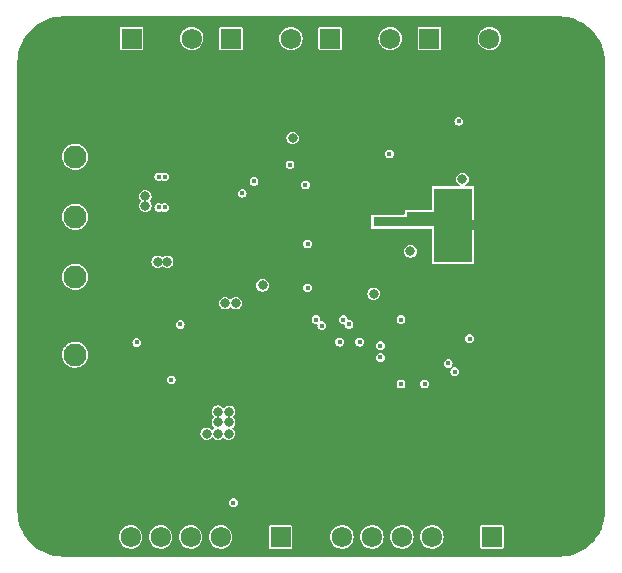
<source format=gbr>
%TF.GenerationSoftware,KiCad,Pcbnew,(6.0.7)*%
%TF.CreationDate,2022-10-13T18:06:45+02:00*%
%TF.ProjectId,TMC6300-dev,544d4336-3330-4302-9d64-65762e6b6963,rev?*%
%TF.SameCoordinates,Original*%
%TF.FileFunction,Copper,L2,Inr*%
%TF.FilePolarity,Positive*%
%FSLAX46Y46*%
G04 Gerber Fmt 4.6, Leading zero omitted, Abs format (unit mm)*
G04 Created by KiCad (PCBNEW (6.0.7)) date 2022-10-13 18:06:45*
%MOMM*%
%LPD*%
G01*
G04 APERTURE LIST*
%TA.AperFunction,ComponentPad*%
%ADD10C,0.800000*%
%TD*%
%TA.AperFunction,ComponentPad*%
%ADD11C,6.400000*%
%TD*%
%TA.AperFunction,ComponentPad*%
%ADD12R,1.725000X1.725000*%
%TD*%
%TA.AperFunction,ComponentPad*%
%ADD13C,1.725000*%
%TD*%
%TA.AperFunction,ComponentPad*%
%ADD14C,1.950000*%
%TD*%
%TA.AperFunction,ViaPad*%
%ADD15C,0.450000*%
%TD*%
%TA.AperFunction,ViaPad*%
%ADD16C,0.800000*%
%TD*%
G04 APERTURE END LIST*
D10*
%TO.N,GND*%
%TO.C,H103*%
X176600000Y-119000000D03*
X179000000Y-121400000D03*
X177302944Y-120697056D03*
X180697056Y-117302944D03*
D11*
X179000000Y-119000000D03*
D10*
X177302944Y-117302944D03*
X179000000Y-116600000D03*
X180697056Y-120697056D03*
X181400000Y-119000000D03*
%TD*%
%TO.N,GND*%
%TO.C,H104*%
X179000000Y-78600000D03*
X177302944Y-82697056D03*
X177302944Y-79302944D03*
D11*
X179000000Y-81000000D03*
D10*
X180697056Y-82697056D03*
X181400000Y-81000000D03*
X176600000Y-81000000D03*
X179000000Y-83400000D03*
X180697056Y-79302944D03*
%TD*%
D12*
%TO.N,VDD*%
%TO.C,J104*%
X142800000Y-79000000D03*
D13*
%TO.N,GND*%
X145340000Y-79000000D03*
%TO.N,Net-(J104-Pad3)*%
X147880000Y-79000000D03*
%TD*%
D12*
%TO.N,VDD*%
%TO.C,J101*%
X168000000Y-79000000D03*
D13*
%TO.N,GND*%
X170540000Y-79000000D03*
%TO.N,Net-(J101-Pad3)*%
X173080000Y-79000000D03*
%TD*%
D14*
%TO.N,VM*%
%TO.C,J107*%
X138000000Y-105760000D03*
%TO.N,GND*%
X138000000Y-110840000D03*
%TD*%
D12*
%TO.N,VDD*%
%TO.C,J106*%
X155400000Y-121200000D03*
D13*
%TO.N,GND*%
X152860000Y-121200000D03*
%TO.N,NRST*%
X150320000Y-121200000D03*
%TO.N,SYS_SWO*%
X147780000Y-121200000D03*
%TO.N,SYS_SWCLK*%
X145240000Y-121200000D03*
%TO.N,SYS_SWDIO*%
X142700000Y-121200000D03*
%TD*%
D14*
%TO.N,BLDC_W*%
%TO.C,J105*%
X138000000Y-99180000D03*
%TO.N,BLDC_V*%
X138000000Y-94100000D03*
%TO.N,BLDC_U*%
X138000000Y-89020000D03*
%TD*%
D12*
%TO.N,VDD*%
%TO.C,J103*%
X151200000Y-79000000D03*
D13*
%TO.N,GND*%
X153740000Y-79000000D03*
%TO.N,Net-(J103-Pad3)*%
X156280000Y-79000000D03*
%TD*%
D11*
%TO.N,GND*%
%TO.C,H102*%
X137000000Y-119000000D03*
D10*
X137000000Y-121400000D03*
X138697056Y-117302944D03*
X135302944Y-120697056D03*
X139400000Y-119000000D03*
X135302944Y-117302944D03*
X138697056Y-120697056D03*
X134600000Y-119000000D03*
X137000000Y-116600000D03*
%TD*%
%TO.N,GND*%
%TO.C,H101*%
X138697056Y-79302944D03*
X135302944Y-79302944D03*
X134600000Y-81000000D03*
X135302944Y-82697056D03*
X139400000Y-81000000D03*
X137000000Y-78600000D03*
X138697056Y-82697056D03*
D11*
X137000000Y-81000000D03*
D10*
X137000000Y-83400000D03*
%TD*%
D12*
%TO.N,VDD*%
%TO.C,J102*%
X159600000Y-79000000D03*
D13*
%TO.N,GND*%
X162140000Y-79000000D03*
%TO.N,Net-(J102-Pad3)*%
X164680000Y-79000000D03*
%TD*%
D12*
%TO.N,VDD*%
%TO.C,J108*%
X173300000Y-121200000D03*
D13*
%TO.N,GND*%
X170760000Y-121200000D03*
%TO.N,PB9*%
X168220000Y-121200000D03*
%TO.N,PB8*%
X165680000Y-121200000D03*
%TO.N,PB5*%
X163140000Y-121200000D03*
%TO.N,PB4*%
X160600000Y-121200000D03*
%TD*%
D15*
%TO.N,GND*%
X147600000Y-92600000D03*
X147600000Y-91400000D03*
D16*
X150200000Y-106450000D03*
D15*
X151800000Y-91500000D03*
D16*
X143550000Y-106450000D03*
X144100000Y-109150000D03*
D15*
X170750000Y-99720000D03*
X170750000Y-102450000D03*
X151800000Y-95100000D03*
D16*
X151150000Y-104650000D03*
X148150000Y-107200000D03*
X173100000Y-99100000D03*
D15*
X160400000Y-102300000D03*
D16*
X162320000Y-100600000D03*
D15*
X170800000Y-88860000D03*
D16*
X148150000Y-106400000D03*
D15*
X148500000Y-90200000D03*
X151400000Y-119300000D03*
D16*
X143550000Y-105650000D03*
X145800000Y-99400000D03*
D15*
X146400000Y-91400000D03*
X151800000Y-92700000D03*
D16*
X172200000Y-99100000D03*
D15*
X171100000Y-92300000D03*
D16*
X172200000Y-98200000D03*
X157380000Y-87420000D03*
D15*
X168900000Y-97300000D03*
X171400000Y-106600000D03*
D16*
X166400000Y-97980000D03*
X151150000Y-105550000D03*
X145300000Y-109150000D03*
X165500000Y-93300000D03*
D15*
X151800000Y-96300000D03*
X142850000Y-112150000D03*
X146400000Y-92600000D03*
D16*
X150200000Y-105550000D03*
D15*
X149300000Y-88900000D03*
D16*
X142900000Y-109150000D03*
D15*
X151800000Y-90300000D03*
D16*
X151150000Y-106450000D03*
X145300000Y-110500000D03*
X152325000Y-99875000D03*
X142900000Y-110500000D03*
X173100000Y-98200000D03*
D15*
X164600000Y-87820000D03*
D16*
X166600000Y-105950000D03*
X144100000Y-110500000D03*
D15*
X147000000Y-92000000D03*
X151800000Y-93900000D03*
X169600000Y-104300000D03*
D16*
X145000000Y-99400000D03*
X150200000Y-104650000D03*
D15*
%TO.N,VM*%
X146150000Y-107900000D03*
D16*
X145000000Y-97900000D03*
X143950000Y-93150000D03*
X145800000Y-97900000D03*
X143950000Y-92350000D03*
D15*
X146900000Y-103200000D03*
%TO.N,BLDC_WL*%
X152150000Y-92100000D03*
X153150000Y-91100000D03*
%TO.N,BLDC_DIAG*%
X157500000Y-91400000D03*
X156200000Y-89700000D03*
D16*
%TO.N,BLDC_CURRENT_SENSE*%
X151600000Y-101400000D03*
D15*
X145600000Y-90700000D03*
X145100000Y-93300000D03*
D16*
X150700000Y-101400000D03*
D15*
X145100000Y-90700000D03*
X170500000Y-86000000D03*
X145600000Y-93300000D03*
%TO.N,VDD*%
X143230000Y-104730000D03*
X160400000Y-104700000D03*
D16*
X151050000Y-110600000D03*
D15*
X151400000Y-118300000D03*
D16*
X153875000Y-99900000D03*
X163280000Y-100600000D03*
X170800000Y-90900000D03*
D15*
X164620000Y-88780000D03*
D16*
X150100000Y-111500000D03*
X150100000Y-110600000D03*
D15*
X162100000Y-104700000D03*
D16*
X151000000Y-112450000D03*
X166400000Y-97020000D03*
X151050000Y-111500000D03*
X150100000Y-112450000D03*
X156420000Y-87420000D03*
X149150000Y-112450000D03*
D15*
%TO.N,NRST*%
X157700000Y-100100000D03*
X157700000Y-96400000D03*
%TO.N,3V3OUT*%
X169600000Y-106500000D03*
X167600000Y-108250000D03*
X165600000Y-108250000D03*
X165600000Y-102800000D03*
%TO.N,VBUS*%
X171400000Y-104400000D03*
X163850000Y-105000000D03*
%TO.N,RXD_LED*%
X163850000Y-106000000D03*
X170150000Y-107200000D03*
%TO.N,PB8*%
X160700000Y-102800000D03*
X158400000Y-102800000D03*
%TO.N,PB9*%
X158900000Y-103300000D03*
X161200000Y-103200000D03*
%TD*%
%TA.AperFunction,Conductor*%
%TO.N,GND*%
G36*
X178991094Y-77130647D02*
G01*
X179000000Y-77133033D01*
X179008012Y-77130886D01*
X179012921Y-77130886D01*
X179024155Y-77129686D01*
X179376383Y-77146990D01*
X179382534Y-77147596D01*
X179752228Y-77202436D01*
X179758292Y-77203642D01*
X180120839Y-77294454D01*
X180126754Y-77296249D01*
X180478651Y-77422160D01*
X180484351Y-77424520D01*
X180614611Y-77486129D01*
X180822213Y-77584318D01*
X180827663Y-77587231D01*
X181148234Y-77779373D01*
X181153375Y-77782808D01*
X181373068Y-77945743D01*
X181453568Y-78005446D01*
X181458344Y-78009366D01*
X181735279Y-78260365D01*
X181739635Y-78264721D01*
X181961368Y-78509365D01*
X181990632Y-78541653D01*
X181994551Y-78546429D01*
X182049510Y-78620532D01*
X182217192Y-78846625D01*
X182220626Y-78851765D01*
X182302984Y-78989170D01*
X182412768Y-79172335D01*
X182415681Y-79177784D01*
X182524427Y-79407707D01*
X182575477Y-79515643D01*
X182577840Y-79521349D01*
X182649322Y-79721127D01*
X182703751Y-79873245D01*
X182705546Y-79879161D01*
X182796358Y-80241708D01*
X182797564Y-80247772D01*
X182852404Y-80617466D01*
X182853010Y-80623619D01*
X182870314Y-80975842D01*
X182869114Y-80987079D01*
X182869114Y-80991988D01*
X182866967Y-81000000D01*
X182869114Y-81008011D01*
X182869353Y-81008903D01*
X182871500Y-81025210D01*
X182871500Y-118974790D01*
X182869353Y-118991094D01*
X182866967Y-119000000D01*
X182869114Y-119008012D01*
X182869114Y-119012921D01*
X182870314Y-119024158D01*
X182853010Y-119376381D01*
X182852404Y-119382534D01*
X182797564Y-119752228D01*
X182796358Y-119758292D01*
X182705546Y-120120839D01*
X182703751Y-120126754D01*
X182617187Y-120368687D01*
X182577843Y-120478645D01*
X182575480Y-120484351D01*
X182503088Y-120637409D01*
X182415682Y-120822213D01*
X182412769Y-120827663D01*
X182311854Y-120996031D01*
X182220627Y-121148234D01*
X182217192Y-121153375D01*
X182049294Y-121379760D01*
X181994554Y-121453568D01*
X181990634Y-121458344D01*
X181739635Y-121735279D01*
X181735279Y-121739635D01*
X181537608Y-121918794D01*
X181458347Y-121990632D01*
X181453571Y-121994551D01*
X181202623Y-122180667D01*
X181153375Y-122217192D01*
X181148235Y-122220626D01*
X181018923Y-122298133D01*
X180827665Y-122412768D01*
X180822216Y-122415681D01*
X180484351Y-122575480D01*
X180478651Y-122577840D01*
X180138275Y-122699629D01*
X180126755Y-122703751D01*
X180120839Y-122705546D01*
X179758292Y-122796358D01*
X179752228Y-122797564D01*
X179382534Y-122852404D01*
X179376383Y-122853010D01*
X179024155Y-122870314D01*
X179012921Y-122869114D01*
X179008012Y-122869114D01*
X179000000Y-122866967D01*
X178991094Y-122869353D01*
X178974790Y-122871500D01*
X137025210Y-122871500D01*
X137008906Y-122869353D01*
X137000000Y-122866967D01*
X136991988Y-122869114D01*
X136987079Y-122869114D01*
X136975845Y-122870314D01*
X136623617Y-122853010D01*
X136617466Y-122852404D01*
X136247772Y-122797564D01*
X136241708Y-122796358D01*
X135879161Y-122705546D01*
X135873245Y-122703751D01*
X135861725Y-122699629D01*
X135521349Y-122577840D01*
X135515649Y-122575480D01*
X135177784Y-122415681D01*
X135172335Y-122412768D01*
X134981078Y-122298133D01*
X134851765Y-122220626D01*
X134846625Y-122217192D01*
X134797377Y-122180667D01*
X134546429Y-121994551D01*
X134541653Y-121990632D01*
X134462392Y-121918794D01*
X134264721Y-121739635D01*
X134260365Y-121735279D01*
X134009366Y-121458344D01*
X134005446Y-121453568D01*
X133950707Y-121379760D01*
X133807076Y-121186097D01*
X141704302Y-121186097D01*
X141720564Y-121379760D01*
X141774133Y-121566577D01*
X141862968Y-121739430D01*
X141864880Y-121741842D01*
X141864883Y-121741847D01*
X141966361Y-121869880D01*
X141983685Y-121891737D01*
X142131686Y-122017696D01*
X142227304Y-122071135D01*
X142298644Y-122111006D01*
X142298647Y-122111007D01*
X142301334Y-122112509D01*
X142486168Y-122172565D01*
X142489219Y-122172929D01*
X142489220Y-122172929D01*
X142676090Y-122195213D01*
X142676094Y-122195213D01*
X142679146Y-122195577D01*
X142682214Y-122195341D01*
X142682218Y-122195341D01*
X142869843Y-122180904D01*
X142869847Y-122180903D01*
X142872918Y-122180667D01*
X142875886Y-122179838D01*
X142875888Y-122179838D01*
X142966511Y-122154535D01*
X143060104Y-122128403D01*
X143089687Y-122113460D01*
X143230824Y-122042167D01*
X143233574Y-122040778D01*
X143235997Y-122038885D01*
X143236000Y-122038883D01*
X143310147Y-121980953D01*
X143386720Y-121921127D01*
X143513709Y-121774008D01*
X143609704Y-121605026D01*
X143671049Y-121420617D01*
X143675835Y-121382730D01*
X143695187Y-121229547D01*
X143695187Y-121229544D01*
X143695407Y-121227804D01*
X143695795Y-121200000D01*
X143694432Y-121186097D01*
X144244302Y-121186097D01*
X144260564Y-121379760D01*
X144314133Y-121566577D01*
X144402968Y-121739430D01*
X144404880Y-121741842D01*
X144404883Y-121741847D01*
X144506361Y-121869880D01*
X144523685Y-121891737D01*
X144671686Y-122017696D01*
X144767304Y-122071135D01*
X144838644Y-122111006D01*
X144838647Y-122111007D01*
X144841334Y-122112509D01*
X145026168Y-122172565D01*
X145029219Y-122172929D01*
X145029220Y-122172929D01*
X145216090Y-122195213D01*
X145216094Y-122195213D01*
X145219146Y-122195577D01*
X145222214Y-122195341D01*
X145222218Y-122195341D01*
X145409843Y-122180904D01*
X145409847Y-122180903D01*
X145412918Y-122180667D01*
X145415886Y-122179838D01*
X145415888Y-122179838D01*
X145506511Y-122154535D01*
X145600104Y-122128403D01*
X145629687Y-122113460D01*
X145770824Y-122042167D01*
X145773574Y-122040778D01*
X145775997Y-122038885D01*
X145776000Y-122038883D01*
X145850147Y-121980953D01*
X145926720Y-121921127D01*
X146053709Y-121774008D01*
X146149704Y-121605026D01*
X146211049Y-121420617D01*
X146215835Y-121382730D01*
X146235187Y-121229547D01*
X146235187Y-121229544D01*
X146235407Y-121227804D01*
X146235795Y-121200000D01*
X146234432Y-121186097D01*
X146784302Y-121186097D01*
X146800564Y-121379760D01*
X146854133Y-121566577D01*
X146942968Y-121739430D01*
X146944880Y-121741842D01*
X146944883Y-121741847D01*
X147046361Y-121869880D01*
X147063685Y-121891737D01*
X147211686Y-122017696D01*
X147307304Y-122071135D01*
X147378644Y-122111006D01*
X147378647Y-122111007D01*
X147381334Y-122112509D01*
X147566168Y-122172565D01*
X147569219Y-122172929D01*
X147569220Y-122172929D01*
X147756090Y-122195213D01*
X147756094Y-122195213D01*
X147759146Y-122195577D01*
X147762214Y-122195341D01*
X147762218Y-122195341D01*
X147949843Y-122180904D01*
X147949847Y-122180903D01*
X147952918Y-122180667D01*
X147955886Y-122179838D01*
X147955888Y-122179838D01*
X148046511Y-122154535D01*
X148140104Y-122128403D01*
X148169687Y-122113460D01*
X148310824Y-122042167D01*
X148313574Y-122040778D01*
X148315997Y-122038885D01*
X148316000Y-122038883D01*
X148390147Y-121980953D01*
X148466720Y-121921127D01*
X148593709Y-121774008D01*
X148689704Y-121605026D01*
X148751049Y-121420617D01*
X148755835Y-121382730D01*
X148775187Y-121229547D01*
X148775187Y-121229544D01*
X148775407Y-121227804D01*
X148775795Y-121200000D01*
X148774432Y-121186097D01*
X149324302Y-121186097D01*
X149340564Y-121379760D01*
X149394133Y-121566577D01*
X149482968Y-121739430D01*
X149484880Y-121741842D01*
X149484883Y-121741847D01*
X149586361Y-121869880D01*
X149603685Y-121891737D01*
X149751686Y-122017696D01*
X149847304Y-122071135D01*
X149918644Y-122111006D01*
X149918647Y-122111007D01*
X149921334Y-122112509D01*
X150106168Y-122172565D01*
X150109219Y-122172929D01*
X150109220Y-122172929D01*
X150296090Y-122195213D01*
X150296094Y-122195213D01*
X150299146Y-122195577D01*
X150302214Y-122195341D01*
X150302218Y-122195341D01*
X150489843Y-122180904D01*
X150489847Y-122180903D01*
X150492918Y-122180667D01*
X150495886Y-122179838D01*
X150495888Y-122179838D01*
X150586511Y-122154535D01*
X150680104Y-122128403D01*
X150709687Y-122113460D01*
X150785520Y-122075154D01*
X154409000Y-122075154D01*
X154416456Y-122112638D01*
X154444857Y-122155143D01*
X154487362Y-122183544D01*
X154524846Y-122191000D01*
X156275154Y-122191000D01*
X156312638Y-122183544D01*
X156355143Y-122155143D01*
X156383544Y-122112638D01*
X156391000Y-122075154D01*
X156391000Y-121186097D01*
X159604302Y-121186097D01*
X159620564Y-121379760D01*
X159674133Y-121566577D01*
X159762968Y-121739430D01*
X159764880Y-121741842D01*
X159764883Y-121741847D01*
X159866361Y-121869880D01*
X159883685Y-121891737D01*
X160031686Y-122017696D01*
X160127304Y-122071135D01*
X160198644Y-122111006D01*
X160198647Y-122111007D01*
X160201334Y-122112509D01*
X160386168Y-122172565D01*
X160389219Y-122172929D01*
X160389220Y-122172929D01*
X160576090Y-122195213D01*
X160576094Y-122195213D01*
X160579146Y-122195577D01*
X160582214Y-122195341D01*
X160582218Y-122195341D01*
X160769843Y-122180904D01*
X160769847Y-122180903D01*
X160772918Y-122180667D01*
X160775886Y-122179838D01*
X160775888Y-122179838D01*
X160866511Y-122154535D01*
X160960104Y-122128403D01*
X160989687Y-122113460D01*
X161130824Y-122042167D01*
X161133574Y-122040778D01*
X161135997Y-122038885D01*
X161136000Y-122038883D01*
X161210147Y-121980953D01*
X161286720Y-121921127D01*
X161413709Y-121774008D01*
X161509704Y-121605026D01*
X161571049Y-121420617D01*
X161575835Y-121382730D01*
X161595187Y-121229547D01*
X161595187Y-121229544D01*
X161595407Y-121227804D01*
X161595795Y-121200000D01*
X161594432Y-121186097D01*
X162144302Y-121186097D01*
X162160564Y-121379760D01*
X162214133Y-121566577D01*
X162302968Y-121739430D01*
X162304880Y-121741842D01*
X162304883Y-121741847D01*
X162406361Y-121869880D01*
X162423685Y-121891737D01*
X162571686Y-122017696D01*
X162667304Y-122071135D01*
X162738644Y-122111006D01*
X162738647Y-122111007D01*
X162741334Y-122112509D01*
X162926168Y-122172565D01*
X162929219Y-122172929D01*
X162929220Y-122172929D01*
X163116090Y-122195213D01*
X163116094Y-122195213D01*
X163119146Y-122195577D01*
X163122214Y-122195341D01*
X163122218Y-122195341D01*
X163309843Y-122180904D01*
X163309847Y-122180903D01*
X163312918Y-122180667D01*
X163315886Y-122179838D01*
X163315888Y-122179838D01*
X163406511Y-122154535D01*
X163500104Y-122128403D01*
X163529687Y-122113460D01*
X163670824Y-122042167D01*
X163673574Y-122040778D01*
X163675997Y-122038885D01*
X163676000Y-122038883D01*
X163750147Y-121980953D01*
X163826720Y-121921127D01*
X163953709Y-121774008D01*
X164049704Y-121605026D01*
X164111049Y-121420617D01*
X164115835Y-121382730D01*
X164135187Y-121229547D01*
X164135187Y-121229544D01*
X164135407Y-121227804D01*
X164135795Y-121200000D01*
X164134432Y-121186097D01*
X164684302Y-121186097D01*
X164700564Y-121379760D01*
X164754133Y-121566577D01*
X164842968Y-121739430D01*
X164844880Y-121741842D01*
X164844883Y-121741847D01*
X164946361Y-121869880D01*
X164963685Y-121891737D01*
X165111686Y-122017696D01*
X165207304Y-122071135D01*
X165278644Y-122111006D01*
X165278647Y-122111007D01*
X165281334Y-122112509D01*
X165466168Y-122172565D01*
X165469219Y-122172929D01*
X165469220Y-122172929D01*
X165656090Y-122195213D01*
X165656094Y-122195213D01*
X165659146Y-122195577D01*
X165662214Y-122195341D01*
X165662218Y-122195341D01*
X165849843Y-122180904D01*
X165849847Y-122180903D01*
X165852918Y-122180667D01*
X165855886Y-122179838D01*
X165855888Y-122179838D01*
X165946511Y-122154535D01*
X166040104Y-122128403D01*
X166069687Y-122113460D01*
X166210824Y-122042167D01*
X166213574Y-122040778D01*
X166215997Y-122038885D01*
X166216000Y-122038883D01*
X166290147Y-121980953D01*
X166366720Y-121921127D01*
X166493709Y-121774008D01*
X166589704Y-121605026D01*
X166651049Y-121420617D01*
X166655835Y-121382730D01*
X166675187Y-121229547D01*
X166675187Y-121229544D01*
X166675407Y-121227804D01*
X166675795Y-121200000D01*
X166674432Y-121186097D01*
X167224302Y-121186097D01*
X167240564Y-121379760D01*
X167294133Y-121566577D01*
X167382968Y-121739430D01*
X167384880Y-121741842D01*
X167384883Y-121741847D01*
X167486361Y-121869880D01*
X167503685Y-121891737D01*
X167651686Y-122017696D01*
X167747304Y-122071135D01*
X167818644Y-122111006D01*
X167818647Y-122111007D01*
X167821334Y-122112509D01*
X168006168Y-122172565D01*
X168009219Y-122172929D01*
X168009220Y-122172929D01*
X168196090Y-122195213D01*
X168196094Y-122195213D01*
X168199146Y-122195577D01*
X168202214Y-122195341D01*
X168202218Y-122195341D01*
X168389843Y-122180904D01*
X168389847Y-122180903D01*
X168392918Y-122180667D01*
X168395886Y-122179838D01*
X168395888Y-122179838D01*
X168486511Y-122154535D01*
X168580104Y-122128403D01*
X168609687Y-122113460D01*
X168685520Y-122075154D01*
X172309000Y-122075154D01*
X172316456Y-122112638D01*
X172344857Y-122155143D01*
X172387362Y-122183544D01*
X172424846Y-122191000D01*
X174175154Y-122191000D01*
X174212638Y-122183544D01*
X174255143Y-122155143D01*
X174283544Y-122112638D01*
X174291000Y-122075154D01*
X174291000Y-120324846D01*
X174283544Y-120287362D01*
X174255143Y-120244857D01*
X174212638Y-120216456D01*
X174175154Y-120209000D01*
X172424846Y-120209000D01*
X172387362Y-120216456D01*
X172344857Y-120244857D01*
X172316456Y-120287362D01*
X172309000Y-120324846D01*
X172309000Y-122075154D01*
X168685520Y-122075154D01*
X168750824Y-122042167D01*
X168753574Y-122040778D01*
X168755997Y-122038885D01*
X168756000Y-122038883D01*
X168830147Y-121980953D01*
X168906720Y-121921127D01*
X169033709Y-121774008D01*
X169129704Y-121605026D01*
X169191049Y-121420617D01*
X169195835Y-121382730D01*
X169215187Y-121229547D01*
X169215187Y-121229544D01*
X169215407Y-121227804D01*
X169215795Y-121200000D01*
X169196830Y-121006582D01*
X169140658Y-120820532D01*
X169049419Y-120648935D01*
X168926587Y-120498329D01*
X168920120Y-120492979D01*
X168779219Y-120376416D01*
X168779217Y-120376415D01*
X168776841Y-120374449D01*
X168605886Y-120282013D01*
X168602944Y-120281102D01*
X168602941Y-120281101D01*
X168423178Y-120225456D01*
X168423179Y-120225456D01*
X168420232Y-120224544D01*
X168417167Y-120224222D01*
X168417163Y-120224221D01*
X168230010Y-120204550D01*
X168230006Y-120204550D01*
X168226952Y-120204229D01*
X168105896Y-120215246D01*
X168036471Y-120221564D01*
X168036469Y-120221564D01*
X168033407Y-120221843D01*
X167966924Y-120241410D01*
X167849924Y-120275845D01*
X167849921Y-120275846D01*
X167846969Y-120276715D01*
X167844239Y-120278142D01*
X167844237Y-120278143D01*
X167826603Y-120287362D01*
X167674739Y-120366754D01*
X167662722Y-120376416D01*
X167528472Y-120484357D01*
X167523279Y-120488532D01*
X167521302Y-120490888D01*
X167519548Y-120492979D01*
X167398356Y-120637409D01*
X167396871Y-120640110D01*
X167396869Y-120640113D01*
X167390524Y-120651655D01*
X167304730Y-120807715D01*
X167303797Y-120810655D01*
X167303797Y-120810656D01*
X167298402Y-120827665D01*
X167245966Y-120992963D01*
X167224302Y-121186097D01*
X166674432Y-121186097D01*
X166656830Y-121006582D01*
X166600658Y-120820532D01*
X166509419Y-120648935D01*
X166386587Y-120498329D01*
X166380120Y-120492979D01*
X166239219Y-120376416D01*
X166239217Y-120376415D01*
X166236841Y-120374449D01*
X166065886Y-120282013D01*
X166062944Y-120281102D01*
X166062941Y-120281101D01*
X165883178Y-120225456D01*
X165883179Y-120225456D01*
X165880232Y-120224544D01*
X165877167Y-120224222D01*
X165877163Y-120224221D01*
X165690010Y-120204550D01*
X165690006Y-120204550D01*
X165686952Y-120204229D01*
X165565896Y-120215246D01*
X165496471Y-120221564D01*
X165496469Y-120221564D01*
X165493407Y-120221843D01*
X165426924Y-120241410D01*
X165309924Y-120275845D01*
X165309921Y-120275846D01*
X165306969Y-120276715D01*
X165304239Y-120278142D01*
X165304237Y-120278143D01*
X165286603Y-120287362D01*
X165134739Y-120366754D01*
X165122722Y-120376416D01*
X164988472Y-120484357D01*
X164983279Y-120488532D01*
X164981302Y-120490888D01*
X164979548Y-120492979D01*
X164858356Y-120637409D01*
X164856871Y-120640110D01*
X164856869Y-120640113D01*
X164850524Y-120651655D01*
X164764730Y-120807715D01*
X164763797Y-120810655D01*
X164763797Y-120810656D01*
X164758402Y-120827665D01*
X164705966Y-120992963D01*
X164684302Y-121186097D01*
X164134432Y-121186097D01*
X164116830Y-121006582D01*
X164060658Y-120820532D01*
X163969419Y-120648935D01*
X163846587Y-120498329D01*
X163840120Y-120492979D01*
X163699219Y-120376416D01*
X163699217Y-120376415D01*
X163696841Y-120374449D01*
X163525886Y-120282013D01*
X163522944Y-120281102D01*
X163522941Y-120281101D01*
X163343178Y-120225456D01*
X163343179Y-120225456D01*
X163340232Y-120224544D01*
X163337167Y-120224222D01*
X163337163Y-120224221D01*
X163150010Y-120204550D01*
X163150006Y-120204550D01*
X163146952Y-120204229D01*
X163025896Y-120215246D01*
X162956471Y-120221564D01*
X162956469Y-120221564D01*
X162953407Y-120221843D01*
X162886924Y-120241410D01*
X162769924Y-120275845D01*
X162769921Y-120275846D01*
X162766969Y-120276715D01*
X162764239Y-120278142D01*
X162764237Y-120278143D01*
X162746603Y-120287362D01*
X162594739Y-120366754D01*
X162582722Y-120376416D01*
X162448472Y-120484357D01*
X162443279Y-120488532D01*
X162441302Y-120490888D01*
X162439548Y-120492979D01*
X162318356Y-120637409D01*
X162316871Y-120640110D01*
X162316869Y-120640113D01*
X162310524Y-120651655D01*
X162224730Y-120807715D01*
X162223797Y-120810655D01*
X162223797Y-120810656D01*
X162218402Y-120827665D01*
X162165966Y-120992963D01*
X162144302Y-121186097D01*
X161594432Y-121186097D01*
X161576830Y-121006582D01*
X161520658Y-120820532D01*
X161429419Y-120648935D01*
X161306587Y-120498329D01*
X161300120Y-120492979D01*
X161159219Y-120376416D01*
X161159217Y-120376415D01*
X161156841Y-120374449D01*
X160985886Y-120282013D01*
X160982944Y-120281102D01*
X160982941Y-120281101D01*
X160803178Y-120225456D01*
X160803179Y-120225456D01*
X160800232Y-120224544D01*
X160797167Y-120224222D01*
X160797163Y-120224221D01*
X160610010Y-120204550D01*
X160610006Y-120204550D01*
X160606952Y-120204229D01*
X160485896Y-120215246D01*
X160416471Y-120221564D01*
X160416469Y-120221564D01*
X160413407Y-120221843D01*
X160346924Y-120241410D01*
X160229924Y-120275845D01*
X160229921Y-120275846D01*
X160226969Y-120276715D01*
X160224239Y-120278142D01*
X160224237Y-120278143D01*
X160206603Y-120287362D01*
X160054739Y-120366754D01*
X160042722Y-120376416D01*
X159908472Y-120484357D01*
X159903279Y-120488532D01*
X159901302Y-120490888D01*
X159899548Y-120492979D01*
X159778356Y-120637409D01*
X159776871Y-120640110D01*
X159776869Y-120640113D01*
X159770524Y-120651655D01*
X159684730Y-120807715D01*
X159683797Y-120810655D01*
X159683797Y-120810656D01*
X159678402Y-120827665D01*
X159625966Y-120992963D01*
X159604302Y-121186097D01*
X156391000Y-121186097D01*
X156391000Y-120324846D01*
X156383544Y-120287362D01*
X156355143Y-120244857D01*
X156312638Y-120216456D01*
X156275154Y-120209000D01*
X154524846Y-120209000D01*
X154487362Y-120216456D01*
X154444857Y-120244857D01*
X154416456Y-120287362D01*
X154409000Y-120324846D01*
X154409000Y-122075154D01*
X150785520Y-122075154D01*
X150850824Y-122042167D01*
X150853574Y-122040778D01*
X150855997Y-122038885D01*
X150856000Y-122038883D01*
X150930147Y-121980953D01*
X151006720Y-121921127D01*
X151133709Y-121774008D01*
X151229704Y-121605026D01*
X151291049Y-121420617D01*
X151295835Y-121382730D01*
X151315187Y-121229547D01*
X151315187Y-121229544D01*
X151315407Y-121227804D01*
X151315795Y-121200000D01*
X151296830Y-121006582D01*
X151240658Y-120820532D01*
X151149419Y-120648935D01*
X151026587Y-120498329D01*
X151020120Y-120492979D01*
X150879219Y-120376416D01*
X150879217Y-120376415D01*
X150876841Y-120374449D01*
X150705886Y-120282013D01*
X150702944Y-120281102D01*
X150702941Y-120281101D01*
X150523178Y-120225456D01*
X150523179Y-120225456D01*
X150520232Y-120224544D01*
X150517167Y-120224222D01*
X150517163Y-120224221D01*
X150330010Y-120204550D01*
X150330006Y-120204550D01*
X150326952Y-120204229D01*
X150205896Y-120215246D01*
X150136471Y-120221564D01*
X150136469Y-120221564D01*
X150133407Y-120221843D01*
X150066924Y-120241410D01*
X149949924Y-120275845D01*
X149949921Y-120275846D01*
X149946969Y-120276715D01*
X149944239Y-120278142D01*
X149944237Y-120278143D01*
X149926603Y-120287362D01*
X149774739Y-120366754D01*
X149762722Y-120376416D01*
X149628472Y-120484357D01*
X149623279Y-120488532D01*
X149621302Y-120490888D01*
X149619548Y-120492979D01*
X149498356Y-120637409D01*
X149496871Y-120640110D01*
X149496869Y-120640113D01*
X149490524Y-120651655D01*
X149404730Y-120807715D01*
X149403797Y-120810655D01*
X149403797Y-120810656D01*
X149398402Y-120827665D01*
X149345966Y-120992963D01*
X149324302Y-121186097D01*
X148774432Y-121186097D01*
X148756830Y-121006582D01*
X148700658Y-120820532D01*
X148609419Y-120648935D01*
X148486587Y-120498329D01*
X148480120Y-120492979D01*
X148339219Y-120376416D01*
X148339217Y-120376415D01*
X148336841Y-120374449D01*
X148165886Y-120282013D01*
X148162944Y-120281102D01*
X148162941Y-120281101D01*
X147983178Y-120225456D01*
X147983179Y-120225456D01*
X147980232Y-120224544D01*
X147977167Y-120224222D01*
X147977163Y-120224221D01*
X147790010Y-120204550D01*
X147790006Y-120204550D01*
X147786952Y-120204229D01*
X147665896Y-120215246D01*
X147596471Y-120221564D01*
X147596469Y-120221564D01*
X147593407Y-120221843D01*
X147526924Y-120241410D01*
X147409924Y-120275845D01*
X147409921Y-120275846D01*
X147406969Y-120276715D01*
X147404239Y-120278142D01*
X147404237Y-120278143D01*
X147386603Y-120287362D01*
X147234739Y-120366754D01*
X147222722Y-120376416D01*
X147088472Y-120484357D01*
X147083279Y-120488532D01*
X147081302Y-120490888D01*
X147079548Y-120492979D01*
X146958356Y-120637409D01*
X146956871Y-120640110D01*
X146956869Y-120640113D01*
X146950524Y-120651655D01*
X146864730Y-120807715D01*
X146863797Y-120810655D01*
X146863797Y-120810656D01*
X146858402Y-120827665D01*
X146805966Y-120992963D01*
X146784302Y-121186097D01*
X146234432Y-121186097D01*
X146216830Y-121006582D01*
X146160658Y-120820532D01*
X146069419Y-120648935D01*
X145946587Y-120498329D01*
X145940120Y-120492979D01*
X145799219Y-120376416D01*
X145799217Y-120376415D01*
X145796841Y-120374449D01*
X145625886Y-120282013D01*
X145622944Y-120281102D01*
X145622941Y-120281101D01*
X145443178Y-120225456D01*
X145443179Y-120225456D01*
X145440232Y-120224544D01*
X145437167Y-120224222D01*
X145437163Y-120224221D01*
X145250010Y-120204550D01*
X145250006Y-120204550D01*
X145246952Y-120204229D01*
X145125896Y-120215246D01*
X145056471Y-120221564D01*
X145056469Y-120221564D01*
X145053407Y-120221843D01*
X144986924Y-120241410D01*
X144869924Y-120275845D01*
X144869921Y-120275846D01*
X144866969Y-120276715D01*
X144864239Y-120278142D01*
X144864237Y-120278143D01*
X144846603Y-120287362D01*
X144694739Y-120366754D01*
X144682722Y-120376416D01*
X144548472Y-120484357D01*
X144543279Y-120488532D01*
X144541302Y-120490888D01*
X144539548Y-120492979D01*
X144418356Y-120637409D01*
X144416871Y-120640110D01*
X144416869Y-120640113D01*
X144410524Y-120651655D01*
X144324730Y-120807715D01*
X144323797Y-120810655D01*
X144323797Y-120810656D01*
X144318402Y-120827665D01*
X144265966Y-120992963D01*
X144244302Y-121186097D01*
X143694432Y-121186097D01*
X143676830Y-121006582D01*
X143620658Y-120820532D01*
X143529419Y-120648935D01*
X143406587Y-120498329D01*
X143400120Y-120492979D01*
X143259219Y-120376416D01*
X143259217Y-120376415D01*
X143256841Y-120374449D01*
X143085886Y-120282013D01*
X143082944Y-120281102D01*
X143082941Y-120281101D01*
X142903178Y-120225456D01*
X142903179Y-120225456D01*
X142900232Y-120224544D01*
X142897167Y-120224222D01*
X142897163Y-120224221D01*
X142710010Y-120204550D01*
X142710006Y-120204550D01*
X142706952Y-120204229D01*
X142585896Y-120215246D01*
X142516471Y-120221564D01*
X142516469Y-120221564D01*
X142513407Y-120221843D01*
X142446924Y-120241410D01*
X142329924Y-120275845D01*
X142329921Y-120275846D01*
X142326969Y-120276715D01*
X142324239Y-120278142D01*
X142324237Y-120278143D01*
X142306603Y-120287362D01*
X142154739Y-120366754D01*
X142142722Y-120376416D01*
X142008472Y-120484357D01*
X142003279Y-120488532D01*
X142001302Y-120490888D01*
X141999548Y-120492979D01*
X141878356Y-120637409D01*
X141876871Y-120640110D01*
X141876869Y-120640113D01*
X141870524Y-120651655D01*
X141784730Y-120807715D01*
X141783797Y-120810655D01*
X141783797Y-120810656D01*
X141778402Y-120827665D01*
X141725966Y-120992963D01*
X141704302Y-121186097D01*
X133807076Y-121186097D01*
X133782808Y-121153375D01*
X133779373Y-121148234D01*
X133688146Y-120996031D01*
X133587231Y-120827663D01*
X133584318Y-120822213D01*
X133496912Y-120637409D01*
X133424520Y-120484351D01*
X133422157Y-120478645D01*
X133382814Y-120368687D01*
X133296249Y-120126754D01*
X133294454Y-120120839D01*
X133203642Y-119758292D01*
X133202436Y-119752228D01*
X133147596Y-119382534D01*
X133146990Y-119376381D01*
X133129686Y-119024158D01*
X133130886Y-119012921D01*
X133130886Y-119008012D01*
X133133033Y-119000000D01*
X133130647Y-118991094D01*
X133128500Y-118974790D01*
X133128500Y-118300000D01*
X151024882Y-118300000D01*
X151043242Y-118415918D01*
X151096523Y-118520489D01*
X151179511Y-118603477D01*
X151284082Y-118656758D01*
X151400000Y-118675118D01*
X151515918Y-118656758D01*
X151620489Y-118603477D01*
X151703477Y-118520489D01*
X151756758Y-118415918D01*
X151775118Y-118300000D01*
X151756758Y-118184082D01*
X151703477Y-118079511D01*
X151620489Y-117996523D01*
X151515918Y-117943242D01*
X151400000Y-117924882D01*
X151284082Y-117943242D01*
X151179511Y-117996523D01*
X151096523Y-118079511D01*
X151043242Y-118184082D01*
X151024882Y-118300000D01*
X133128500Y-118300000D01*
X133128500Y-112450000D01*
X148616940Y-112450000D01*
X148635104Y-112587966D01*
X148688356Y-112716530D01*
X148690867Y-112719803D01*
X148690868Y-112719804D01*
X148724981Y-112764260D01*
X148773070Y-112826930D01*
X148883470Y-112911644D01*
X149012034Y-112964896D01*
X149016126Y-112965435D01*
X149016127Y-112965435D01*
X149145906Y-112982521D01*
X149150000Y-112983060D01*
X149154094Y-112982521D01*
X149283873Y-112965435D01*
X149283874Y-112965435D01*
X149287966Y-112964896D01*
X149416530Y-112911644D01*
X149526930Y-112826930D01*
X149575019Y-112764260D01*
X149616777Y-112740151D01*
X149663352Y-112752631D01*
X149674981Y-112764260D01*
X149723070Y-112826930D01*
X149833470Y-112911644D01*
X149962034Y-112964896D01*
X149966126Y-112965435D01*
X149966127Y-112965435D01*
X150095906Y-112982521D01*
X150100000Y-112983060D01*
X150104094Y-112982521D01*
X150233873Y-112965435D01*
X150233874Y-112965435D01*
X150237966Y-112964896D01*
X150366530Y-112911644D01*
X150476930Y-112826930D01*
X150500019Y-112796840D01*
X150541777Y-112772731D01*
X150588352Y-112785211D01*
X150599980Y-112796839D01*
X150623070Y-112826930D01*
X150733470Y-112911644D01*
X150862034Y-112964896D01*
X150866126Y-112965435D01*
X150866127Y-112965435D01*
X150995906Y-112982521D01*
X151000000Y-112983060D01*
X151004094Y-112982521D01*
X151133873Y-112965435D01*
X151133874Y-112965435D01*
X151137966Y-112964896D01*
X151266530Y-112911644D01*
X151376930Y-112826930D01*
X151425019Y-112764260D01*
X151459132Y-112719804D01*
X151459133Y-112719803D01*
X151461644Y-112716530D01*
X151514896Y-112587966D01*
X151533060Y-112450000D01*
X151514896Y-112312034D01*
X151461644Y-112183470D01*
X151433943Y-112147369D01*
X151379446Y-112076349D01*
X151376930Y-112073070D01*
X151339259Y-112044163D01*
X151315151Y-112002405D01*
X151327631Y-111955830D01*
X151339258Y-111944204D01*
X151426930Y-111876930D01*
X151475019Y-111814260D01*
X151509132Y-111769804D01*
X151509133Y-111769803D01*
X151511644Y-111766530D01*
X151564896Y-111637966D01*
X151583060Y-111500000D01*
X151564896Y-111362034D01*
X151511644Y-111233470D01*
X151483943Y-111197369D01*
X151429446Y-111126349D01*
X151426930Y-111123070D01*
X151396840Y-111099981D01*
X151372731Y-111058223D01*
X151385211Y-111011648D01*
X151396840Y-111000019D01*
X151423651Y-110979446D01*
X151426930Y-110976930D01*
X151475019Y-110914260D01*
X151509132Y-110869804D01*
X151509133Y-110869803D01*
X151511644Y-110866530D01*
X151564896Y-110737966D01*
X151583060Y-110600000D01*
X151564896Y-110462034D01*
X151511644Y-110333470D01*
X151483943Y-110297369D01*
X151429446Y-110226349D01*
X151426930Y-110223070D01*
X151316530Y-110138356D01*
X151187966Y-110085104D01*
X151183874Y-110084565D01*
X151183873Y-110084565D01*
X151054094Y-110067479D01*
X151050000Y-110066940D01*
X151045906Y-110067479D01*
X150916127Y-110084565D01*
X150916126Y-110084565D01*
X150912034Y-110085104D01*
X150783470Y-110138356D01*
X150673070Y-110223070D01*
X150670554Y-110226349D01*
X150624981Y-110285740D01*
X150583223Y-110309849D01*
X150536648Y-110297369D01*
X150525019Y-110285740D01*
X150479446Y-110226349D01*
X150476930Y-110223070D01*
X150366530Y-110138356D01*
X150237966Y-110085104D01*
X150233874Y-110084565D01*
X150233873Y-110084565D01*
X150104094Y-110067479D01*
X150100000Y-110066940D01*
X150095906Y-110067479D01*
X149966127Y-110084565D01*
X149966126Y-110084565D01*
X149962034Y-110085104D01*
X149833470Y-110138356D01*
X149723070Y-110223070D01*
X149720554Y-110226349D01*
X149666058Y-110297369D01*
X149638356Y-110333470D01*
X149585104Y-110462034D01*
X149566940Y-110600000D01*
X149585104Y-110737966D01*
X149638356Y-110866530D01*
X149640867Y-110869803D01*
X149640868Y-110869804D01*
X149674981Y-110914260D01*
X149723070Y-110976930D01*
X149726349Y-110979446D01*
X149753160Y-111000019D01*
X149777269Y-111041777D01*
X149764789Y-111088352D01*
X149753161Y-111099980D01*
X149723070Y-111123070D01*
X149720554Y-111126349D01*
X149666058Y-111197369D01*
X149638356Y-111233470D01*
X149585104Y-111362034D01*
X149566940Y-111500000D01*
X149585104Y-111637966D01*
X149638356Y-111766530D01*
X149640867Y-111769803D01*
X149640868Y-111769804D01*
X149674981Y-111814260D01*
X149723070Y-111876930D01*
X149726349Y-111879446D01*
X149785740Y-111925019D01*
X149809849Y-111966777D01*
X149797369Y-112013352D01*
X149785740Y-112024981D01*
X149723070Y-112073070D01*
X149681481Y-112127269D01*
X149674981Y-112135740D01*
X149633223Y-112159849D01*
X149586648Y-112147369D01*
X149575019Y-112135740D01*
X149568519Y-112127269D01*
X149526930Y-112073070D01*
X149416530Y-111988356D01*
X149287966Y-111935104D01*
X149283874Y-111934565D01*
X149283873Y-111934565D01*
X149154094Y-111917479D01*
X149150000Y-111916940D01*
X149145906Y-111917479D01*
X149016127Y-111934565D01*
X149016126Y-111934565D01*
X149012034Y-111935104D01*
X148883470Y-111988356D01*
X148773070Y-112073070D01*
X148770554Y-112076349D01*
X148716058Y-112147369D01*
X148688356Y-112183470D01*
X148635104Y-112312034D01*
X148616940Y-112450000D01*
X133128500Y-112450000D01*
X133128500Y-107900000D01*
X145774882Y-107900000D01*
X145793242Y-108015918D01*
X145846523Y-108120489D01*
X145929511Y-108203477D01*
X146034082Y-108256758D01*
X146150000Y-108275118D01*
X146265918Y-108256758D01*
X146279181Y-108250000D01*
X165224882Y-108250000D01*
X165243242Y-108365918D01*
X165296523Y-108470489D01*
X165379511Y-108553477D01*
X165484082Y-108606758D01*
X165600000Y-108625118D01*
X165715918Y-108606758D01*
X165820489Y-108553477D01*
X165903477Y-108470489D01*
X165956758Y-108365918D01*
X165975118Y-108250000D01*
X167224882Y-108250000D01*
X167243242Y-108365918D01*
X167296523Y-108470489D01*
X167379511Y-108553477D01*
X167484082Y-108606758D01*
X167600000Y-108625118D01*
X167715918Y-108606758D01*
X167820489Y-108553477D01*
X167903477Y-108470489D01*
X167956758Y-108365918D01*
X167975118Y-108250000D01*
X167956758Y-108134082D01*
X167903477Y-108029511D01*
X167820489Y-107946523D01*
X167715918Y-107893242D01*
X167600000Y-107874882D01*
X167484082Y-107893242D01*
X167379511Y-107946523D01*
X167296523Y-108029511D01*
X167243242Y-108134082D01*
X167224882Y-108250000D01*
X165975118Y-108250000D01*
X165956758Y-108134082D01*
X165903477Y-108029511D01*
X165820489Y-107946523D01*
X165715918Y-107893242D01*
X165600000Y-107874882D01*
X165484082Y-107893242D01*
X165379511Y-107946523D01*
X165296523Y-108029511D01*
X165243242Y-108134082D01*
X165224882Y-108250000D01*
X146279181Y-108250000D01*
X146370489Y-108203477D01*
X146453477Y-108120489D01*
X146506758Y-108015918D01*
X146525118Y-107900000D01*
X146506758Y-107784082D01*
X146453477Y-107679511D01*
X146370489Y-107596523D01*
X146265918Y-107543242D01*
X146150000Y-107524882D01*
X146034082Y-107543242D01*
X145929511Y-107596523D01*
X145846523Y-107679511D01*
X145793242Y-107784082D01*
X145774882Y-107900000D01*
X133128500Y-107900000D01*
X133128500Y-107200000D01*
X169774882Y-107200000D01*
X169793242Y-107315918D01*
X169846523Y-107420489D01*
X169929511Y-107503477D01*
X170034082Y-107556758D01*
X170150000Y-107575118D01*
X170265918Y-107556758D01*
X170370489Y-107503477D01*
X170453477Y-107420489D01*
X170506758Y-107315918D01*
X170525118Y-107200000D01*
X170506758Y-107084082D01*
X170453477Y-106979511D01*
X170370489Y-106896523D01*
X170265918Y-106843242D01*
X170150000Y-106824882D01*
X170034082Y-106843242D01*
X169929511Y-106896523D01*
X169846523Y-106979511D01*
X169793242Y-107084082D01*
X169774882Y-107200000D01*
X133128500Y-107200000D01*
X133128500Y-105730990D01*
X136892152Y-105730990D01*
X136905416Y-105933365D01*
X136906125Y-105936158D01*
X136906126Y-105936162D01*
X136952900Y-106120333D01*
X136955338Y-106129934D01*
X136992598Y-106210757D01*
X137026329Y-106283925D01*
X137040246Y-106314114D01*
X137041914Y-106316474D01*
X137041915Y-106316476D01*
X137082811Y-106374342D01*
X137157297Y-106479737D01*
X137302570Y-106621255D01*
X137304969Y-106622858D01*
X137304974Y-106622862D01*
X137468793Y-106732323D01*
X137468798Y-106732326D01*
X137471199Y-106733930D01*
X137473851Y-106735069D01*
X137473854Y-106735071D01*
X137557492Y-106771004D01*
X137657539Y-106813987D01*
X137855347Y-106858747D01*
X137858235Y-106858860D01*
X137858239Y-106858861D01*
X137956674Y-106862728D01*
X138058000Y-106866709D01*
X138258711Y-106837608D01*
X138293915Y-106825658D01*
X138448023Y-106773345D01*
X138448022Y-106773345D01*
X138450757Y-106772417D01*
X138627707Y-106673320D01*
X138691418Y-106620333D01*
X138781414Y-106545484D01*
X138783636Y-106543636D01*
X138815853Y-106504899D01*
X138819927Y-106500000D01*
X169224882Y-106500000D01*
X169243242Y-106615918D01*
X169296523Y-106720489D01*
X169379511Y-106803477D01*
X169484082Y-106856758D01*
X169600000Y-106875118D01*
X169715918Y-106856758D01*
X169820489Y-106803477D01*
X169903477Y-106720489D01*
X169956758Y-106615918D01*
X169975118Y-106500000D01*
X169956758Y-106384082D01*
X169903477Y-106279511D01*
X169820489Y-106196523D01*
X169715918Y-106143242D01*
X169600000Y-106124882D01*
X169484082Y-106143242D01*
X169379511Y-106196523D01*
X169296523Y-106279511D01*
X169243242Y-106384082D01*
X169224882Y-106500000D01*
X138819927Y-106500000D01*
X138911474Y-106389927D01*
X138911476Y-106389925D01*
X138913320Y-106387707D01*
X138931913Y-106354508D01*
X139011004Y-106213280D01*
X139012417Y-106210757D01*
X139077608Y-106018711D01*
X139080321Y-106000000D01*
X163474882Y-106000000D01*
X163493242Y-106115918D01*
X163546523Y-106220489D01*
X163629511Y-106303477D01*
X163734082Y-106356758D01*
X163850000Y-106375118D01*
X163965918Y-106356758D01*
X164070489Y-106303477D01*
X164153477Y-106220489D01*
X164206758Y-106115918D01*
X164225118Y-106000000D01*
X164206758Y-105884082D01*
X164153477Y-105779511D01*
X164070489Y-105696523D01*
X163965918Y-105643242D01*
X163850000Y-105624882D01*
X163734082Y-105643242D01*
X163629511Y-105696523D01*
X163546523Y-105779511D01*
X163493242Y-105884082D01*
X163474882Y-106000000D01*
X139080321Y-106000000D01*
X139106709Y-105818000D01*
X139106758Y-105816145D01*
X139108180Y-105761852D01*
X139108180Y-105761843D01*
X139108228Y-105760000D01*
X139102189Y-105694274D01*
X139089935Y-105560912D01*
X139089935Y-105560910D01*
X139089671Y-105558041D01*
X139088889Y-105555267D01*
X139035404Y-105365625D01*
X139035402Y-105365620D01*
X139034620Y-105362847D01*
X138944920Y-105180952D01*
X138852758Y-105057533D01*
X138825303Y-105020766D01*
X138825301Y-105020764D01*
X138823574Y-105018451D01*
X138674646Y-104880784D01*
X138672201Y-104879241D01*
X138672198Y-104879239D01*
X138514138Y-104779511D01*
X138503125Y-104772562D01*
X138500447Y-104771494D01*
X138500444Y-104771492D01*
X138396444Y-104730000D01*
X142854882Y-104730000D01*
X142873242Y-104845918D01*
X142926523Y-104950489D01*
X143009511Y-105033477D01*
X143114082Y-105086758D01*
X143230000Y-105105118D01*
X143345918Y-105086758D01*
X143450489Y-105033477D01*
X143533477Y-104950489D01*
X143586758Y-104845918D01*
X143605118Y-104730000D01*
X143600366Y-104700000D01*
X160024882Y-104700000D01*
X160043242Y-104815918D01*
X160096523Y-104920489D01*
X160179511Y-105003477D01*
X160284082Y-105056758D01*
X160400000Y-105075118D01*
X160515918Y-105056758D01*
X160620489Y-105003477D01*
X160703477Y-104920489D01*
X160756758Y-104815918D01*
X160775118Y-104700000D01*
X161724882Y-104700000D01*
X161743242Y-104815918D01*
X161796523Y-104920489D01*
X161879511Y-105003477D01*
X161984082Y-105056758D01*
X162100000Y-105075118D01*
X162215918Y-105056758D01*
X162320489Y-105003477D01*
X162323966Y-105000000D01*
X163474882Y-105000000D01*
X163493242Y-105115918D01*
X163546523Y-105220489D01*
X163629511Y-105303477D01*
X163734082Y-105356758D01*
X163850000Y-105375118D01*
X163965918Y-105356758D01*
X164070489Y-105303477D01*
X164153477Y-105220489D01*
X164206758Y-105115918D01*
X164225118Y-105000000D01*
X164206758Y-104884082D01*
X164153477Y-104779511D01*
X164070489Y-104696523D01*
X163965918Y-104643242D01*
X163850000Y-104624882D01*
X163734082Y-104643242D01*
X163629511Y-104696523D01*
X163546523Y-104779511D01*
X163493242Y-104884082D01*
X163474882Y-105000000D01*
X162323966Y-105000000D01*
X162403477Y-104920489D01*
X162456758Y-104815918D01*
X162475118Y-104700000D01*
X162456758Y-104584082D01*
X162403477Y-104479511D01*
X162323966Y-104400000D01*
X171024882Y-104400000D01*
X171043242Y-104515918D01*
X171096523Y-104620489D01*
X171179511Y-104703477D01*
X171284082Y-104756758D01*
X171400000Y-104775118D01*
X171515918Y-104756758D01*
X171620489Y-104703477D01*
X171703477Y-104620489D01*
X171756758Y-104515918D01*
X171775118Y-104400000D01*
X171756758Y-104284082D01*
X171703477Y-104179511D01*
X171620489Y-104096523D01*
X171515918Y-104043242D01*
X171400000Y-104024882D01*
X171284082Y-104043242D01*
X171179511Y-104096523D01*
X171096523Y-104179511D01*
X171043242Y-104284082D01*
X171024882Y-104400000D01*
X162323966Y-104400000D01*
X162320489Y-104396523D01*
X162215918Y-104343242D01*
X162100000Y-104324882D01*
X161984082Y-104343242D01*
X161879511Y-104396523D01*
X161796523Y-104479511D01*
X161743242Y-104584082D01*
X161724882Y-104700000D01*
X160775118Y-104700000D01*
X160756758Y-104584082D01*
X160703477Y-104479511D01*
X160620489Y-104396523D01*
X160515918Y-104343242D01*
X160400000Y-104324882D01*
X160284082Y-104343242D01*
X160179511Y-104396523D01*
X160096523Y-104479511D01*
X160043242Y-104584082D01*
X160024882Y-104700000D01*
X143600366Y-104700000D01*
X143586758Y-104614082D01*
X143533477Y-104509511D01*
X143450489Y-104426523D01*
X143345918Y-104373242D01*
X143230000Y-104354882D01*
X143114082Y-104373242D01*
X143009511Y-104426523D01*
X142926523Y-104509511D01*
X142873242Y-104614082D01*
X142854882Y-104730000D01*
X138396444Y-104730000D01*
X138317436Y-104698479D01*
X138314754Y-104697409D01*
X138311923Y-104696846D01*
X138311920Y-104696845D01*
X138118672Y-104658406D01*
X138118671Y-104658406D01*
X138115841Y-104657843D01*
X138112962Y-104657805D01*
X138112959Y-104657805D01*
X137994148Y-104656250D01*
X137913049Y-104655188D01*
X137713169Y-104689534D01*
X137710458Y-104690534D01*
X137710455Y-104690535D01*
X137530952Y-104756758D01*
X137522896Y-104759730D01*
X137520415Y-104761206D01*
X137520411Y-104761208D01*
X137428452Y-104815918D01*
X137348600Y-104863425D01*
X137196120Y-104997146D01*
X137194332Y-104999414D01*
X137127250Y-105084508D01*
X137070562Y-105156416D01*
X137069215Y-105158977D01*
X136993190Y-105303477D01*
X136976131Y-105335900D01*
X136975274Y-105338658D01*
X136975273Y-105338662D01*
X136966901Y-105365625D01*
X136915989Y-105529586D01*
X136904710Y-105624882D01*
X136895817Y-105700026D01*
X136892152Y-105730990D01*
X133128500Y-105730990D01*
X133128500Y-103200000D01*
X146524882Y-103200000D01*
X146543242Y-103315918D01*
X146596523Y-103420489D01*
X146679511Y-103503477D01*
X146784082Y-103556758D01*
X146900000Y-103575118D01*
X147015918Y-103556758D01*
X147120489Y-103503477D01*
X147203477Y-103420489D01*
X147256758Y-103315918D01*
X147275118Y-103200000D01*
X147256758Y-103084082D01*
X147203477Y-102979511D01*
X147120489Y-102896523D01*
X147015918Y-102843242D01*
X146900000Y-102824882D01*
X146784082Y-102843242D01*
X146679511Y-102896523D01*
X146596523Y-102979511D01*
X146543242Y-103084082D01*
X146524882Y-103200000D01*
X133128500Y-103200000D01*
X133128500Y-102800000D01*
X158024882Y-102800000D01*
X158043242Y-102915918D01*
X158096523Y-103020489D01*
X158179511Y-103103477D01*
X158284082Y-103156758D01*
X158400000Y-103175118D01*
X158404899Y-103174342D01*
X158404900Y-103174342D01*
X158462740Y-103165181D01*
X158509625Y-103176437D01*
X158534819Y-103217550D01*
X158534819Y-103237260D01*
X158524882Y-103300000D01*
X158543242Y-103415918D01*
X158596523Y-103520489D01*
X158679511Y-103603477D01*
X158784082Y-103656758D01*
X158900000Y-103675118D01*
X159015918Y-103656758D01*
X159120489Y-103603477D01*
X159203477Y-103520489D01*
X159256758Y-103415918D01*
X159275118Y-103300000D01*
X159256758Y-103184082D01*
X159203477Y-103079511D01*
X159120489Y-102996523D01*
X159015918Y-102943242D01*
X158900000Y-102924882D01*
X158895101Y-102925658D01*
X158895100Y-102925658D01*
X158837260Y-102934819D01*
X158790375Y-102923563D01*
X158765181Y-102882450D01*
X158765181Y-102862740D01*
X158774342Y-102804900D01*
X158774342Y-102804899D01*
X158775118Y-102800000D01*
X160324882Y-102800000D01*
X160343242Y-102915918D01*
X160396523Y-103020489D01*
X160479511Y-103103477D01*
X160584082Y-103156758D01*
X160700000Y-103175118D01*
X160704899Y-103174342D01*
X160704900Y-103174342D01*
X160755758Y-103166287D01*
X160802644Y-103177543D01*
X160827837Y-103218656D01*
X160842466Y-103311021D01*
X160842467Y-103311023D01*
X160843242Y-103315918D01*
X160896523Y-103420489D01*
X160979511Y-103503477D01*
X161084082Y-103556758D01*
X161200000Y-103575118D01*
X161315918Y-103556758D01*
X161420489Y-103503477D01*
X161503477Y-103420489D01*
X161556758Y-103315918D01*
X161575118Y-103200000D01*
X161556758Y-103084082D01*
X161503477Y-102979511D01*
X161420489Y-102896523D01*
X161315918Y-102843242D01*
X161200000Y-102824882D01*
X161195101Y-102825658D01*
X161195100Y-102825658D01*
X161144242Y-102833713D01*
X161097356Y-102822457D01*
X161083595Y-102800000D01*
X165224882Y-102800000D01*
X165243242Y-102915918D01*
X165296523Y-103020489D01*
X165379511Y-103103477D01*
X165484082Y-103156758D01*
X165600000Y-103175118D01*
X165715918Y-103156758D01*
X165820489Y-103103477D01*
X165903477Y-103020489D01*
X165956758Y-102915918D01*
X165975118Y-102800000D01*
X165956758Y-102684082D01*
X165903477Y-102579511D01*
X165820489Y-102496523D01*
X165715918Y-102443242D01*
X165600000Y-102424882D01*
X165484082Y-102443242D01*
X165379511Y-102496523D01*
X165296523Y-102579511D01*
X165243242Y-102684082D01*
X165224882Y-102800000D01*
X161083595Y-102800000D01*
X161072163Y-102781344D01*
X161057534Y-102688979D01*
X161057533Y-102688977D01*
X161056758Y-102684082D01*
X161003477Y-102579511D01*
X160920489Y-102496523D01*
X160815918Y-102443242D01*
X160700000Y-102424882D01*
X160584082Y-102443242D01*
X160479511Y-102496523D01*
X160396523Y-102579511D01*
X160343242Y-102684082D01*
X160324882Y-102800000D01*
X158775118Y-102800000D01*
X158756758Y-102684082D01*
X158703477Y-102579511D01*
X158620489Y-102496523D01*
X158515918Y-102443242D01*
X158400000Y-102424882D01*
X158284082Y-102443242D01*
X158179511Y-102496523D01*
X158096523Y-102579511D01*
X158043242Y-102684082D01*
X158024882Y-102800000D01*
X133128500Y-102800000D01*
X133128500Y-101400000D01*
X150166940Y-101400000D01*
X150185104Y-101537966D01*
X150238356Y-101666530D01*
X150323070Y-101776930D01*
X150433470Y-101861644D01*
X150562034Y-101914896D01*
X150566126Y-101915435D01*
X150566127Y-101915435D01*
X150695906Y-101932521D01*
X150700000Y-101933060D01*
X150704094Y-101932521D01*
X150833873Y-101915435D01*
X150833874Y-101915435D01*
X150837966Y-101914896D01*
X150966530Y-101861644D01*
X151076930Y-101776930D01*
X151100019Y-101746840D01*
X151141777Y-101722731D01*
X151188352Y-101735211D01*
X151199980Y-101746839D01*
X151223070Y-101776930D01*
X151333470Y-101861644D01*
X151462034Y-101914896D01*
X151466126Y-101915435D01*
X151466127Y-101915435D01*
X151595906Y-101932521D01*
X151600000Y-101933060D01*
X151604094Y-101932521D01*
X151733873Y-101915435D01*
X151733874Y-101915435D01*
X151737966Y-101914896D01*
X151866530Y-101861644D01*
X151976930Y-101776930D01*
X152061644Y-101666530D01*
X152114896Y-101537966D01*
X152133060Y-101400000D01*
X152114896Y-101262034D01*
X152061644Y-101133470D01*
X152047392Y-101114896D01*
X151979446Y-101026349D01*
X151976930Y-101023070D01*
X151866530Y-100938356D01*
X151737966Y-100885104D01*
X151733874Y-100884565D01*
X151733873Y-100884565D01*
X151604094Y-100867479D01*
X151600000Y-100866940D01*
X151595906Y-100867479D01*
X151466127Y-100884565D01*
X151466126Y-100884565D01*
X151462034Y-100885104D01*
X151333470Y-100938356D01*
X151223070Y-101023070D01*
X151220554Y-101026349D01*
X151199981Y-101053160D01*
X151158223Y-101077269D01*
X151111648Y-101064789D01*
X151100019Y-101053160D01*
X151079446Y-101026349D01*
X151076930Y-101023070D01*
X150966530Y-100938356D01*
X150837966Y-100885104D01*
X150833874Y-100884565D01*
X150833873Y-100884565D01*
X150704094Y-100867479D01*
X150700000Y-100866940D01*
X150695906Y-100867479D01*
X150566127Y-100884565D01*
X150566126Y-100884565D01*
X150562034Y-100885104D01*
X150433470Y-100938356D01*
X150323070Y-101023070D01*
X150320554Y-101026349D01*
X150252609Y-101114896D01*
X150238356Y-101133470D01*
X150185104Y-101262034D01*
X150166940Y-101400000D01*
X133128500Y-101400000D01*
X133128500Y-100600000D01*
X162746940Y-100600000D01*
X162765104Y-100737966D01*
X162818356Y-100866530D01*
X162820867Y-100869803D01*
X162820868Y-100869804D01*
X162833820Y-100886683D01*
X162903070Y-100976930D01*
X162906349Y-100979446D01*
X163002414Y-101053160D01*
X163013470Y-101061644D01*
X163142034Y-101114896D01*
X163146126Y-101115435D01*
X163146127Y-101115435D01*
X163275906Y-101132521D01*
X163280000Y-101133060D01*
X163284094Y-101132521D01*
X163413873Y-101115435D01*
X163413874Y-101115435D01*
X163417966Y-101114896D01*
X163546530Y-101061644D01*
X163557587Y-101053160D01*
X163653651Y-100979446D01*
X163656930Y-100976930D01*
X163726180Y-100886683D01*
X163739132Y-100869804D01*
X163739133Y-100869803D01*
X163741644Y-100866530D01*
X163794896Y-100737966D01*
X163813060Y-100600000D01*
X163796619Y-100475118D01*
X163795435Y-100466127D01*
X163795435Y-100466126D01*
X163794896Y-100462034D01*
X163741644Y-100333470D01*
X163699741Y-100278861D01*
X163659446Y-100226349D01*
X163656930Y-100223070D01*
X163583247Y-100166530D01*
X163549804Y-100140868D01*
X163549803Y-100140867D01*
X163546530Y-100138356D01*
X163417966Y-100085104D01*
X163413874Y-100084565D01*
X163413873Y-100084565D01*
X163284094Y-100067479D01*
X163280000Y-100066940D01*
X163275906Y-100067479D01*
X163146127Y-100084565D01*
X163146126Y-100084565D01*
X163142034Y-100085104D01*
X163013470Y-100138356D01*
X163010197Y-100140867D01*
X163010196Y-100140868D01*
X162976753Y-100166530D01*
X162903070Y-100223070D01*
X162900554Y-100226349D01*
X162860260Y-100278861D01*
X162818356Y-100333470D01*
X162765104Y-100462034D01*
X162764565Y-100466126D01*
X162764565Y-100466127D01*
X162763381Y-100475118D01*
X162746940Y-100600000D01*
X133128500Y-100600000D01*
X133128500Y-99150990D01*
X136892152Y-99150990D01*
X136905416Y-99353365D01*
X136906125Y-99356158D01*
X136906126Y-99356162D01*
X136927785Y-99441442D01*
X136955338Y-99549934D01*
X136992339Y-99630196D01*
X137036348Y-99725658D01*
X137040246Y-99734114D01*
X137041914Y-99736474D01*
X137041915Y-99736476D01*
X137082763Y-99794274D01*
X137157297Y-99899737D01*
X137302570Y-100041255D01*
X137304969Y-100042858D01*
X137304974Y-100042862D01*
X137468793Y-100152323D01*
X137468798Y-100152326D01*
X137471199Y-100153930D01*
X137473851Y-100155069D01*
X137473854Y-100155071D01*
X137639761Y-100226349D01*
X137657539Y-100233987D01*
X137855347Y-100278747D01*
X137858235Y-100278860D01*
X137858239Y-100278861D01*
X137956673Y-100282728D01*
X138058000Y-100286709D01*
X138258711Y-100257608D01*
X138450757Y-100192417D01*
X138550107Y-100136778D01*
X138625186Y-100094732D01*
X138625187Y-100094731D01*
X138627707Y-100093320D01*
X138635688Y-100086683D01*
X138781414Y-99965484D01*
X138783636Y-99963636D01*
X138836561Y-99900000D01*
X153341940Y-99900000D01*
X153360104Y-100037966D01*
X153413356Y-100166530D01*
X153498070Y-100276930D01*
X153501349Y-100279446D01*
X153576719Y-100337280D01*
X153608470Y-100361644D01*
X153737034Y-100414896D01*
X153741126Y-100415435D01*
X153741127Y-100415435D01*
X153870906Y-100432521D01*
X153875000Y-100433060D01*
X153879094Y-100432521D01*
X154008873Y-100415435D01*
X154008874Y-100415435D01*
X154012966Y-100414896D01*
X154141530Y-100361644D01*
X154173282Y-100337280D01*
X154248651Y-100279446D01*
X154251930Y-100276930D01*
X154336644Y-100166530D01*
X154364201Y-100100000D01*
X157324882Y-100100000D01*
X157343242Y-100215918D01*
X157396523Y-100320489D01*
X157479511Y-100403477D01*
X157584082Y-100456758D01*
X157700000Y-100475118D01*
X157815918Y-100456758D01*
X157920489Y-100403477D01*
X158003477Y-100320489D01*
X158056758Y-100215918D01*
X158075118Y-100100000D01*
X158056758Y-99984082D01*
X158003477Y-99879511D01*
X157920489Y-99796523D01*
X157815918Y-99743242D01*
X157700000Y-99724882D01*
X157584082Y-99743242D01*
X157479511Y-99796523D01*
X157396523Y-99879511D01*
X157343242Y-99984082D01*
X157324882Y-100100000D01*
X154364201Y-100100000D01*
X154389896Y-100037966D01*
X154408060Y-99900000D01*
X154389896Y-99762034D01*
X154336644Y-99633470D01*
X154332465Y-99628023D01*
X154254446Y-99526349D01*
X154251930Y-99523070D01*
X154141530Y-99438356D01*
X154012966Y-99385104D01*
X154008874Y-99384565D01*
X154008873Y-99384565D01*
X153879094Y-99367479D01*
X153875000Y-99366940D01*
X153870906Y-99367479D01*
X153741127Y-99384565D01*
X153741126Y-99384565D01*
X153737034Y-99385104D01*
X153608470Y-99438356D01*
X153498070Y-99523070D01*
X153495554Y-99526349D01*
X153417536Y-99628023D01*
X153413356Y-99633470D01*
X153360104Y-99762034D01*
X153341940Y-99900000D01*
X138836561Y-99900000D01*
X138913320Y-99807707D01*
X138919584Y-99796523D01*
X139011004Y-99633280D01*
X139012417Y-99630757D01*
X139077608Y-99438711D01*
X139106709Y-99238000D01*
X139106758Y-99236145D01*
X139108180Y-99181852D01*
X139108180Y-99181843D01*
X139108228Y-99180000D01*
X139089671Y-98978041D01*
X139088889Y-98975267D01*
X139035404Y-98785625D01*
X139035402Y-98785620D01*
X139034620Y-98782847D01*
X138944920Y-98600952D01*
X138823574Y-98438451D01*
X138674646Y-98300784D01*
X138672201Y-98299241D01*
X138672198Y-98299239D01*
X138589190Y-98246865D01*
X138503125Y-98192562D01*
X138500447Y-98191494D01*
X138500444Y-98191492D01*
X138317436Y-98118479D01*
X138314754Y-98117409D01*
X138311923Y-98116846D01*
X138311920Y-98116845D01*
X138118672Y-98078406D01*
X138118671Y-98078406D01*
X138115841Y-98077843D01*
X138112962Y-98077805D01*
X138112959Y-98077805D01*
X137994148Y-98076250D01*
X137913049Y-98075188D01*
X137713169Y-98109534D01*
X137710458Y-98110534D01*
X137710455Y-98110535D01*
X137549801Y-98169804D01*
X137522896Y-98179730D01*
X137520415Y-98181206D01*
X137520411Y-98181208D01*
X137410052Y-98246865D01*
X137348600Y-98283425D01*
X137196120Y-98417146D01*
X137194332Y-98419414D01*
X137177500Y-98440766D01*
X137070562Y-98576416D01*
X136976131Y-98755900D01*
X136975274Y-98758658D01*
X136975273Y-98758662D01*
X136966901Y-98785625D01*
X136915989Y-98949586D01*
X136892152Y-99150990D01*
X133128500Y-99150990D01*
X133128500Y-97900000D01*
X144466940Y-97900000D01*
X144485104Y-98037966D01*
X144538356Y-98166530D01*
X144623070Y-98276930D01*
X144733470Y-98361644D01*
X144862034Y-98414896D01*
X144866126Y-98415435D01*
X144866127Y-98415435D01*
X144995906Y-98432521D01*
X145000000Y-98433060D01*
X145004094Y-98432521D01*
X145133873Y-98415435D01*
X145133874Y-98415435D01*
X145137966Y-98414896D01*
X145266530Y-98361644D01*
X145361649Y-98288656D01*
X145408223Y-98276176D01*
X145438351Y-98288655D01*
X145533470Y-98361644D01*
X145662034Y-98414896D01*
X145666126Y-98415435D01*
X145666127Y-98415435D01*
X145795906Y-98432521D01*
X145800000Y-98433060D01*
X145804094Y-98432521D01*
X145933873Y-98415435D01*
X145933874Y-98415435D01*
X145937966Y-98414896D01*
X146066530Y-98361644D01*
X146176930Y-98276930D01*
X146261644Y-98166530D01*
X146314896Y-98037966D01*
X146333060Y-97900000D01*
X146314896Y-97762034D01*
X146261644Y-97633470D01*
X146176930Y-97523070D01*
X146066530Y-97438356D01*
X145937966Y-97385104D01*
X145933874Y-97384565D01*
X145933873Y-97384565D01*
X145804094Y-97367479D01*
X145800000Y-97366940D01*
X145795906Y-97367479D01*
X145666127Y-97384565D01*
X145666126Y-97384565D01*
X145662034Y-97385104D01*
X145533470Y-97438356D01*
X145438351Y-97511344D01*
X145391777Y-97523824D01*
X145361649Y-97511345D01*
X145266530Y-97438356D01*
X145137966Y-97385104D01*
X145133874Y-97384565D01*
X145133873Y-97384565D01*
X145004094Y-97367479D01*
X145000000Y-97366940D01*
X144995906Y-97367479D01*
X144866127Y-97384565D01*
X144866126Y-97384565D01*
X144862034Y-97385104D01*
X144733470Y-97438356D01*
X144623070Y-97523070D01*
X144538356Y-97633470D01*
X144485104Y-97762034D01*
X144466940Y-97900000D01*
X133128500Y-97900000D01*
X133128500Y-97020000D01*
X165866940Y-97020000D01*
X165885104Y-97157966D01*
X165938356Y-97286530D01*
X166023070Y-97396930D01*
X166133470Y-97481644D01*
X166262034Y-97534896D01*
X166266126Y-97535435D01*
X166266127Y-97535435D01*
X166395906Y-97552521D01*
X166400000Y-97553060D01*
X166404094Y-97552521D01*
X166533873Y-97535435D01*
X166533874Y-97535435D01*
X166537966Y-97534896D01*
X166666530Y-97481644D01*
X166776930Y-97396930D01*
X166861644Y-97286530D01*
X166914896Y-97157966D01*
X166933060Y-97020000D01*
X166914896Y-96882034D01*
X166861644Y-96753470D01*
X166776930Y-96643070D01*
X166666530Y-96558356D01*
X166537966Y-96505104D01*
X166533874Y-96504565D01*
X166533873Y-96504565D01*
X166404094Y-96487479D01*
X166400000Y-96486940D01*
X166395906Y-96487479D01*
X166266127Y-96504565D01*
X166266126Y-96504565D01*
X166262034Y-96505104D01*
X166133470Y-96558356D01*
X166023070Y-96643070D01*
X165938356Y-96753470D01*
X165885104Y-96882034D01*
X165866940Y-97020000D01*
X133128500Y-97020000D01*
X133128500Y-96400000D01*
X157324882Y-96400000D01*
X157343242Y-96515918D01*
X157396523Y-96620489D01*
X157479511Y-96703477D01*
X157584082Y-96756758D01*
X157700000Y-96775118D01*
X157815918Y-96756758D01*
X157920489Y-96703477D01*
X158003477Y-96620489D01*
X158056758Y-96515918D01*
X158075118Y-96400000D01*
X158056758Y-96284082D01*
X158003477Y-96179511D01*
X157920489Y-96096523D01*
X157815918Y-96043242D01*
X157700000Y-96024882D01*
X157584082Y-96043242D01*
X157479511Y-96096523D01*
X157396523Y-96179511D01*
X157343242Y-96284082D01*
X157324882Y-96400000D01*
X133128500Y-96400000D01*
X133128500Y-94070990D01*
X136892152Y-94070990D01*
X136905416Y-94273365D01*
X136906125Y-94276158D01*
X136906126Y-94276162D01*
X136936645Y-94396329D01*
X136955338Y-94469934D01*
X137040246Y-94654114D01*
X137157297Y-94819737D01*
X137302570Y-94961255D01*
X137304969Y-94962858D01*
X137304974Y-94962862D01*
X137468793Y-95072323D01*
X137468798Y-95072326D01*
X137471199Y-95073930D01*
X137473851Y-95075069D01*
X137473854Y-95075071D01*
X137531879Y-95100000D01*
X137657539Y-95153987D01*
X137855347Y-95198747D01*
X137858235Y-95198860D01*
X137858239Y-95198861D01*
X137956673Y-95202728D01*
X138058000Y-95206709D01*
X138258711Y-95177608D01*
X138450757Y-95112417D01*
X138472929Y-95100000D01*
X163100000Y-95100000D01*
X168137000Y-95100000D01*
X168181548Y-95118452D01*
X168200000Y-95163000D01*
X168200000Y-98100000D01*
X171800000Y-98100000D01*
X171800000Y-95200000D01*
X171600000Y-95200000D01*
X171600000Y-97837000D01*
X171581548Y-97881548D01*
X171537000Y-97900000D01*
X168463000Y-97900000D01*
X168418452Y-97881548D01*
X168400000Y-97837000D01*
X168400000Y-94900000D01*
X163363000Y-94900000D01*
X163318452Y-94881548D01*
X163300000Y-94837000D01*
X163300000Y-94163000D01*
X163318452Y-94118452D01*
X163363000Y-94100000D01*
X166100000Y-94100000D01*
X166100000Y-93763000D01*
X166118452Y-93718452D01*
X166163000Y-93700000D01*
X168400000Y-93700000D01*
X168400000Y-91763000D01*
X168418452Y-91718452D01*
X168463000Y-91700000D01*
X171537000Y-91700000D01*
X171581548Y-91718452D01*
X171600000Y-91763000D01*
X171600000Y-94400000D01*
X171800000Y-94400000D01*
X171800000Y-91500000D01*
X171049232Y-91500000D01*
X171004684Y-91481548D01*
X170986232Y-91437000D01*
X171004684Y-91392452D01*
X171025123Y-91378795D01*
X171062720Y-91363222D01*
X171062719Y-91363222D01*
X171066530Y-91361644D01*
X171115599Y-91323992D01*
X171173651Y-91279446D01*
X171176930Y-91276930D01*
X171261644Y-91166530D01*
X171314896Y-91037966D01*
X171316517Y-91025658D01*
X171332521Y-90904094D01*
X171333060Y-90900000D01*
X171314896Y-90762034D01*
X171261644Y-90633470D01*
X171176930Y-90523070D01*
X171120164Y-90479511D01*
X171069804Y-90440868D01*
X171069803Y-90440867D01*
X171066530Y-90438356D01*
X170937966Y-90385104D01*
X170933874Y-90384565D01*
X170933873Y-90384565D01*
X170804094Y-90367479D01*
X170800000Y-90366940D01*
X170795906Y-90367479D01*
X170666127Y-90384565D01*
X170666126Y-90384565D01*
X170662034Y-90385104D01*
X170533470Y-90438356D01*
X170530197Y-90440867D01*
X170530196Y-90440868D01*
X170479836Y-90479511D01*
X170423070Y-90523070D01*
X170338356Y-90633470D01*
X170285104Y-90762034D01*
X170266940Y-90900000D01*
X170267479Y-90904094D01*
X170283484Y-91025658D01*
X170285104Y-91037966D01*
X170338356Y-91166530D01*
X170423070Y-91276930D01*
X170426349Y-91279446D01*
X170484402Y-91323992D01*
X170533470Y-91361644D01*
X170537281Y-91363222D01*
X170537280Y-91363222D01*
X170574877Y-91378795D01*
X170608972Y-91412891D01*
X170608973Y-91461109D01*
X170574877Y-91495204D01*
X170550768Y-91500000D01*
X168200000Y-91500000D01*
X168200000Y-93437000D01*
X168181548Y-93481548D01*
X168137000Y-93500000D01*
X165900000Y-93500000D01*
X165900000Y-93837000D01*
X165881548Y-93881548D01*
X165837000Y-93900000D01*
X163100000Y-93900000D01*
X163100000Y-95100000D01*
X138472929Y-95100000D01*
X138627707Y-95013320D01*
X138783636Y-94883636D01*
X138913320Y-94727707D01*
X139012417Y-94550757D01*
X139077608Y-94358711D01*
X139106709Y-94158000D01*
X139107745Y-94118452D01*
X139108180Y-94101852D01*
X139108180Y-94101843D01*
X139108228Y-94100000D01*
X139091003Y-93912533D01*
X139089935Y-93900912D01*
X139089935Y-93900910D01*
X139089671Y-93898041D01*
X139088889Y-93895267D01*
X139035404Y-93705625D01*
X139035402Y-93705620D01*
X139034620Y-93702847D01*
X138982288Y-93596727D01*
X138946197Y-93523541D01*
X138946196Y-93523539D01*
X138944920Y-93520952D01*
X138823574Y-93358451D01*
X138674646Y-93220784D01*
X138672201Y-93219241D01*
X138672198Y-93219239D01*
X138562461Y-93150000D01*
X143416940Y-93150000D01*
X143435104Y-93287966D01*
X143488356Y-93416530D01*
X143573070Y-93526930D01*
X143576349Y-93529446D01*
X143675960Y-93605881D01*
X143683470Y-93611644D01*
X143812034Y-93664896D01*
X143816126Y-93665435D01*
X143816127Y-93665435D01*
X143945906Y-93682521D01*
X143950000Y-93683060D01*
X143954094Y-93682521D01*
X144083873Y-93665435D01*
X144083874Y-93665435D01*
X144087966Y-93664896D01*
X144216530Y-93611644D01*
X144224041Y-93605881D01*
X144323651Y-93529446D01*
X144326930Y-93526930D01*
X144411644Y-93416530D01*
X144459911Y-93300000D01*
X144724882Y-93300000D01*
X144743242Y-93415918D01*
X144796523Y-93520489D01*
X144879511Y-93603477D01*
X144984082Y-93656758D01*
X145100000Y-93675118D01*
X145215918Y-93656758D01*
X145320489Y-93603477D01*
X145321714Y-93605881D01*
X145359862Y-93596727D01*
X145378927Y-93604624D01*
X145379511Y-93603477D01*
X145484082Y-93656758D01*
X145600000Y-93675118D01*
X145715918Y-93656758D01*
X145820489Y-93603477D01*
X145903477Y-93520489D01*
X145956758Y-93415918D01*
X145975118Y-93300000D01*
X145956758Y-93184082D01*
X145903477Y-93079511D01*
X145820489Y-92996523D01*
X145715918Y-92943242D01*
X145600000Y-92924882D01*
X145484082Y-92943242D01*
X145379511Y-92996523D01*
X145378286Y-92994119D01*
X145340138Y-93003273D01*
X145321073Y-92995376D01*
X145320489Y-92996523D01*
X145215918Y-92943242D01*
X145100000Y-92924882D01*
X144984082Y-92943242D01*
X144879511Y-92996523D01*
X144796523Y-93079511D01*
X144743242Y-93184082D01*
X144724882Y-93300000D01*
X144459911Y-93300000D01*
X144464896Y-93287966D01*
X144483060Y-93150000D01*
X144467200Y-93029534D01*
X144465435Y-93016127D01*
X144465435Y-93016126D01*
X144464896Y-93012034D01*
X144411644Y-92883470D01*
X144338656Y-92788351D01*
X144326176Y-92741777D01*
X144338656Y-92711648D01*
X144409132Y-92619804D01*
X144409133Y-92619803D01*
X144411644Y-92616530D01*
X144464896Y-92487966D01*
X144476020Y-92403477D01*
X144482521Y-92354094D01*
X144483060Y-92350000D01*
X144464896Y-92212034D01*
X144418491Y-92100000D01*
X151774882Y-92100000D01*
X151793242Y-92215918D01*
X151846523Y-92320489D01*
X151929511Y-92403477D01*
X152034082Y-92456758D01*
X152150000Y-92475118D01*
X152265918Y-92456758D01*
X152370489Y-92403477D01*
X152453477Y-92320489D01*
X152506758Y-92215918D01*
X152525118Y-92100000D01*
X152506758Y-91984082D01*
X152453477Y-91879511D01*
X152370489Y-91796523D01*
X152265918Y-91743242D01*
X152150000Y-91724882D01*
X152034082Y-91743242D01*
X151929511Y-91796523D01*
X151846523Y-91879511D01*
X151793242Y-91984082D01*
X151774882Y-92100000D01*
X144418491Y-92100000D01*
X144411644Y-92083470D01*
X144326930Y-91973070D01*
X144216530Y-91888356D01*
X144087966Y-91835104D01*
X144083874Y-91834565D01*
X144083873Y-91834565D01*
X143954094Y-91817479D01*
X143950000Y-91816940D01*
X143945906Y-91817479D01*
X143816127Y-91834565D01*
X143816126Y-91834565D01*
X143812034Y-91835104D01*
X143683470Y-91888356D01*
X143573070Y-91973070D01*
X143488356Y-92083470D01*
X143435104Y-92212034D01*
X143416940Y-92350000D01*
X143417479Y-92354094D01*
X143423981Y-92403477D01*
X143435104Y-92487966D01*
X143488356Y-92616530D01*
X143490867Y-92619803D01*
X143490868Y-92619804D01*
X143561344Y-92711648D01*
X143573824Y-92758223D01*
X143561345Y-92788351D01*
X143488356Y-92883470D01*
X143435104Y-93012034D01*
X143434565Y-93016126D01*
X143434565Y-93016127D01*
X143432800Y-93029534D01*
X143416940Y-93150000D01*
X138562461Y-93150000D01*
X138555972Y-93145906D01*
X138503125Y-93112562D01*
X138500447Y-93111494D01*
X138500444Y-93111492D01*
X138317436Y-93038479D01*
X138314754Y-93037409D01*
X138311923Y-93036846D01*
X138311920Y-93036845D01*
X138118672Y-92998406D01*
X138118671Y-92998406D01*
X138115841Y-92997843D01*
X138112962Y-92997805D01*
X138112959Y-92997805D01*
X137994148Y-92996250D01*
X137913049Y-92995188D01*
X137713169Y-93029534D01*
X137710458Y-93030534D01*
X137710455Y-93030535D01*
X137565737Y-93083925D01*
X137522896Y-93099730D01*
X137520415Y-93101206D01*
X137520411Y-93101208D01*
X137431518Y-93154094D01*
X137348600Y-93203425D01*
X137196120Y-93337146D01*
X137194332Y-93339414D01*
X137177500Y-93360766D01*
X137070562Y-93496416D01*
X137060219Y-93516075D01*
X137014235Y-93603477D01*
X136976131Y-93675900D01*
X136975274Y-93678658D01*
X136975273Y-93678662D01*
X136966901Y-93705625D01*
X136915989Y-93869586D01*
X136892152Y-94070990D01*
X133128500Y-94070990D01*
X133128500Y-91100000D01*
X152774882Y-91100000D01*
X152793242Y-91215918D01*
X152846523Y-91320489D01*
X152929511Y-91403477D01*
X153034082Y-91456758D01*
X153150000Y-91475118D01*
X153265918Y-91456758D01*
X153370489Y-91403477D01*
X153373966Y-91400000D01*
X157124882Y-91400000D01*
X157143242Y-91515918D01*
X157196523Y-91620489D01*
X157279511Y-91703477D01*
X157384082Y-91756758D01*
X157500000Y-91775118D01*
X157615918Y-91756758D01*
X157720489Y-91703477D01*
X157803477Y-91620489D01*
X157856758Y-91515918D01*
X157875118Y-91400000D01*
X157856758Y-91284082D01*
X157803477Y-91179511D01*
X157720489Y-91096523D01*
X157615918Y-91043242D01*
X157500000Y-91024882D01*
X157384082Y-91043242D01*
X157279511Y-91096523D01*
X157196523Y-91179511D01*
X157143242Y-91284082D01*
X157124882Y-91400000D01*
X153373966Y-91400000D01*
X153453477Y-91320489D01*
X153506758Y-91215918D01*
X153525118Y-91100000D01*
X153506758Y-90984082D01*
X153453477Y-90879511D01*
X153370489Y-90796523D01*
X153265918Y-90743242D01*
X153150000Y-90724882D01*
X153034082Y-90743242D01*
X152929511Y-90796523D01*
X152846523Y-90879511D01*
X152793242Y-90984082D01*
X152774882Y-91100000D01*
X133128500Y-91100000D01*
X133128500Y-90700000D01*
X144724882Y-90700000D01*
X144743242Y-90815918D01*
X144796523Y-90920489D01*
X144879511Y-91003477D01*
X144984082Y-91056758D01*
X145100000Y-91075118D01*
X145215918Y-91056758D01*
X145320489Y-91003477D01*
X145321714Y-91005881D01*
X145359862Y-90996727D01*
X145378927Y-91004624D01*
X145379511Y-91003477D01*
X145484082Y-91056758D01*
X145600000Y-91075118D01*
X145715918Y-91056758D01*
X145820489Y-91003477D01*
X145903477Y-90920489D01*
X145956758Y-90815918D01*
X145975118Y-90700000D01*
X145956758Y-90584082D01*
X145903477Y-90479511D01*
X145820489Y-90396523D01*
X145715918Y-90343242D01*
X145600000Y-90324882D01*
X145484082Y-90343242D01*
X145379511Y-90396523D01*
X145378286Y-90394119D01*
X145340138Y-90403273D01*
X145321073Y-90395376D01*
X145320489Y-90396523D01*
X145215918Y-90343242D01*
X145100000Y-90324882D01*
X144984082Y-90343242D01*
X144879511Y-90396523D01*
X144796523Y-90479511D01*
X144743242Y-90584082D01*
X144724882Y-90700000D01*
X133128500Y-90700000D01*
X133128500Y-88990990D01*
X136892152Y-88990990D01*
X136905416Y-89193365D01*
X136906125Y-89196158D01*
X136906126Y-89196162D01*
X136943480Y-89343242D01*
X136955338Y-89389934D01*
X137040246Y-89574114D01*
X137041914Y-89576474D01*
X137041915Y-89576476D01*
X137050751Y-89588978D01*
X137157297Y-89739737D01*
X137302570Y-89881255D01*
X137304969Y-89882858D01*
X137304974Y-89882862D01*
X137468793Y-89992323D01*
X137468798Y-89992326D01*
X137471199Y-89993930D01*
X137473851Y-89995069D01*
X137473854Y-89995071D01*
X137654890Y-90072849D01*
X137657539Y-90073987D01*
X137855347Y-90118747D01*
X137858235Y-90118860D01*
X137858239Y-90118861D01*
X137956673Y-90122728D01*
X138058000Y-90126709D01*
X138258711Y-90097608D01*
X138450757Y-90032417D01*
X138627707Y-89933320D01*
X138783636Y-89803636D01*
X138869829Y-89700000D01*
X155824882Y-89700000D01*
X155843242Y-89815918D01*
X155896523Y-89920489D01*
X155979511Y-90003477D01*
X156084082Y-90056758D01*
X156200000Y-90075118D01*
X156315918Y-90056758D01*
X156420489Y-90003477D01*
X156503477Y-89920489D01*
X156556758Y-89815918D01*
X156575118Y-89700000D01*
X156556758Y-89584082D01*
X156503477Y-89479511D01*
X156420489Y-89396523D01*
X156315918Y-89343242D01*
X156200000Y-89324882D01*
X156084082Y-89343242D01*
X155979511Y-89396523D01*
X155896523Y-89479511D01*
X155843242Y-89584082D01*
X155824882Y-89700000D01*
X138869829Y-89700000D01*
X138913320Y-89647707D01*
X139012417Y-89470757D01*
X139077608Y-89278711D01*
X139106709Y-89078000D01*
X139106758Y-89076145D01*
X139108180Y-89021852D01*
X139108180Y-89021843D01*
X139108228Y-89020000D01*
X139105299Y-88988123D01*
X139089935Y-88820912D01*
X139089935Y-88820910D01*
X139089671Y-88818041D01*
X139088889Y-88815267D01*
X139078943Y-88780000D01*
X164244882Y-88780000D01*
X164263242Y-88895918D01*
X164316523Y-89000489D01*
X164399511Y-89083477D01*
X164504082Y-89136758D01*
X164620000Y-89155118D01*
X164735918Y-89136758D01*
X164840489Y-89083477D01*
X164923477Y-89000489D01*
X164976758Y-88895918D01*
X164995118Y-88780000D01*
X164976758Y-88664082D01*
X164923477Y-88559511D01*
X164840489Y-88476523D01*
X164735918Y-88423242D01*
X164620000Y-88404882D01*
X164504082Y-88423242D01*
X164399511Y-88476523D01*
X164316523Y-88559511D01*
X164263242Y-88664082D01*
X164244882Y-88780000D01*
X139078943Y-88780000D01*
X139035404Y-88625625D01*
X139035402Y-88625620D01*
X139034620Y-88622847D01*
X138962462Y-88476523D01*
X138946197Y-88443541D01*
X138946196Y-88443539D01*
X138944920Y-88440952D01*
X138823574Y-88278451D01*
X138674646Y-88140784D01*
X138672201Y-88139241D01*
X138672198Y-88139239D01*
X138593327Y-88089475D01*
X138503125Y-88032562D01*
X138500447Y-88031494D01*
X138500444Y-88031492D01*
X138317436Y-87958479D01*
X138314754Y-87957409D01*
X138311923Y-87956846D01*
X138311920Y-87956845D01*
X138118672Y-87918406D01*
X138118671Y-87918406D01*
X138115841Y-87917843D01*
X138112962Y-87917805D01*
X138112959Y-87917805D01*
X137994148Y-87916250D01*
X137913049Y-87915188D01*
X137713169Y-87949534D01*
X137710458Y-87950534D01*
X137710455Y-87950535D01*
X137525609Y-88018729D01*
X137522896Y-88019730D01*
X137520415Y-88021206D01*
X137520411Y-88021208D01*
X137355595Y-88119263D01*
X137348600Y-88123425D01*
X137196120Y-88257146D01*
X137194332Y-88259414D01*
X137177500Y-88280766D01*
X137070562Y-88416416D01*
X136976131Y-88595900D01*
X136975274Y-88598658D01*
X136975273Y-88598662D01*
X136917444Y-88784899D01*
X136915989Y-88789586D01*
X136892152Y-88990990D01*
X133128500Y-88990990D01*
X133128500Y-87420000D01*
X155886940Y-87420000D01*
X155905104Y-87557966D01*
X155958356Y-87686530D01*
X156043070Y-87796930D01*
X156153470Y-87881644D01*
X156282034Y-87934896D01*
X156286126Y-87935435D01*
X156286127Y-87935435D01*
X156415906Y-87952521D01*
X156420000Y-87953060D01*
X156424094Y-87952521D01*
X156553873Y-87935435D01*
X156553874Y-87935435D01*
X156557966Y-87934896D01*
X156686530Y-87881644D01*
X156796930Y-87796930D01*
X156881644Y-87686530D01*
X156934896Y-87557966D01*
X156953060Y-87420000D01*
X156934896Y-87282034D01*
X156881644Y-87153470D01*
X156796930Y-87043070D01*
X156686530Y-86958356D01*
X156557966Y-86905104D01*
X156553874Y-86904565D01*
X156553873Y-86904565D01*
X156424094Y-86887479D01*
X156420000Y-86886940D01*
X156415906Y-86887479D01*
X156286127Y-86904565D01*
X156286126Y-86904565D01*
X156282034Y-86905104D01*
X156153470Y-86958356D01*
X156043070Y-87043070D01*
X155958356Y-87153470D01*
X155905104Y-87282034D01*
X155886940Y-87420000D01*
X133128500Y-87420000D01*
X133128500Y-86000000D01*
X170124882Y-86000000D01*
X170143242Y-86115918D01*
X170196523Y-86220489D01*
X170279511Y-86303477D01*
X170384082Y-86356758D01*
X170500000Y-86375118D01*
X170615918Y-86356758D01*
X170720489Y-86303477D01*
X170803477Y-86220489D01*
X170856758Y-86115918D01*
X170875118Y-86000000D01*
X170856758Y-85884082D01*
X170803477Y-85779511D01*
X170720489Y-85696523D01*
X170615918Y-85643242D01*
X170500000Y-85624882D01*
X170384082Y-85643242D01*
X170279511Y-85696523D01*
X170196523Y-85779511D01*
X170143242Y-85884082D01*
X170124882Y-86000000D01*
X133128500Y-86000000D01*
X133128500Y-81025210D01*
X133130647Y-81008903D01*
X133130886Y-81008011D01*
X133133033Y-81000000D01*
X133130886Y-80991988D01*
X133130886Y-80987079D01*
X133129686Y-80975842D01*
X133146990Y-80623619D01*
X133147596Y-80617466D01*
X133202436Y-80247772D01*
X133203642Y-80241708D01*
X133294454Y-79879161D01*
X133295670Y-79875154D01*
X141809000Y-79875154D01*
X141816456Y-79912638D01*
X141844857Y-79955143D01*
X141887362Y-79983544D01*
X141924846Y-79991000D01*
X143675154Y-79991000D01*
X143712638Y-79983544D01*
X143755143Y-79955143D01*
X143783544Y-79912638D01*
X143791000Y-79875154D01*
X143791000Y-78986097D01*
X146884302Y-78986097D01*
X146900564Y-79179760D01*
X146954133Y-79366577D01*
X147042968Y-79539430D01*
X147044880Y-79541842D01*
X147044883Y-79541847D01*
X147068249Y-79571327D01*
X147163685Y-79691737D01*
X147311686Y-79817696D01*
X147355472Y-79842167D01*
X147478644Y-79911006D01*
X147478647Y-79911007D01*
X147481334Y-79912509D01*
X147666168Y-79972565D01*
X147669219Y-79972929D01*
X147669220Y-79972929D01*
X147856090Y-79995213D01*
X147856094Y-79995213D01*
X147859146Y-79995577D01*
X147862214Y-79995341D01*
X147862218Y-79995341D01*
X148049843Y-79980904D01*
X148049847Y-79980903D01*
X148052918Y-79980667D01*
X148055886Y-79979838D01*
X148055888Y-79979838D01*
X148146511Y-79954535D01*
X148240104Y-79928403D01*
X148269687Y-79913460D01*
X148345520Y-79875154D01*
X150209000Y-79875154D01*
X150216456Y-79912638D01*
X150244857Y-79955143D01*
X150287362Y-79983544D01*
X150324846Y-79991000D01*
X152075154Y-79991000D01*
X152112638Y-79983544D01*
X152155143Y-79955143D01*
X152183544Y-79912638D01*
X152191000Y-79875154D01*
X152191000Y-78986097D01*
X155284302Y-78986097D01*
X155300564Y-79179760D01*
X155354133Y-79366577D01*
X155442968Y-79539430D01*
X155444880Y-79541842D01*
X155444883Y-79541847D01*
X155468249Y-79571327D01*
X155563685Y-79691737D01*
X155711686Y-79817696D01*
X155755472Y-79842167D01*
X155878644Y-79911006D01*
X155878647Y-79911007D01*
X155881334Y-79912509D01*
X156066168Y-79972565D01*
X156069219Y-79972929D01*
X156069220Y-79972929D01*
X156256090Y-79995213D01*
X156256094Y-79995213D01*
X156259146Y-79995577D01*
X156262214Y-79995341D01*
X156262218Y-79995341D01*
X156449843Y-79980904D01*
X156449847Y-79980903D01*
X156452918Y-79980667D01*
X156455886Y-79979838D01*
X156455888Y-79979838D01*
X156546511Y-79954535D01*
X156640104Y-79928403D01*
X156669687Y-79913460D01*
X156745520Y-79875154D01*
X158609000Y-79875154D01*
X158616456Y-79912638D01*
X158644857Y-79955143D01*
X158687362Y-79983544D01*
X158724846Y-79991000D01*
X160475154Y-79991000D01*
X160512638Y-79983544D01*
X160555143Y-79955143D01*
X160583544Y-79912638D01*
X160591000Y-79875154D01*
X160591000Y-78986097D01*
X163684302Y-78986097D01*
X163700564Y-79179760D01*
X163754133Y-79366577D01*
X163842968Y-79539430D01*
X163844880Y-79541842D01*
X163844883Y-79541847D01*
X163868249Y-79571327D01*
X163963685Y-79691737D01*
X164111686Y-79817696D01*
X164155472Y-79842167D01*
X164278644Y-79911006D01*
X164278647Y-79911007D01*
X164281334Y-79912509D01*
X164466168Y-79972565D01*
X164469219Y-79972929D01*
X164469220Y-79972929D01*
X164656090Y-79995213D01*
X164656094Y-79995213D01*
X164659146Y-79995577D01*
X164662214Y-79995341D01*
X164662218Y-79995341D01*
X164849843Y-79980904D01*
X164849847Y-79980903D01*
X164852918Y-79980667D01*
X164855886Y-79979838D01*
X164855888Y-79979838D01*
X164946511Y-79954535D01*
X165040104Y-79928403D01*
X165069687Y-79913460D01*
X165145520Y-79875154D01*
X167009000Y-79875154D01*
X167016456Y-79912638D01*
X167044857Y-79955143D01*
X167087362Y-79983544D01*
X167124846Y-79991000D01*
X168875154Y-79991000D01*
X168912638Y-79983544D01*
X168955143Y-79955143D01*
X168983544Y-79912638D01*
X168991000Y-79875154D01*
X168991000Y-78986097D01*
X172084302Y-78986097D01*
X172100564Y-79179760D01*
X172154133Y-79366577D01*
X172242968Y-79539430D01*
X172244880Y-79541842D01*
X172244883Y-79541847D01*
X172268249Y-79571327D01*
X172363685Y-79691737D01*
X172511686Y-79817696D01*
X172555472Y-79842167D01*
X172678644Y-79911006D01*
X172678647Y-79911007D01*
X172681334Y-79912509D01*
X172866168Y-79972565D01*
X172869219Y-79972929D01*
X172869220Y-79972929D01*
X173056090Y-79995213D01*
X173056094Y-79995213D01*
X173059146Y-79995577D01*
X173062214Y-79995341D01*
X173062218Y-79995341D01*
X173249843Y-79980904D01*
X173249847Y-79980903D01*
X173252918Y-79980667D01*
X173255886Y-79979838D01*
X173255888Y-79979838D01*
X173346511Y-79954535D01*
X173440104Y-79928403D01*
X173469687Y-79913460D01*
X173545520Y-79875154D01*
X173613574Y-79840778D01*
X173615997Y-79838885D01*
X173616000Y-79838883D01*
X173690147Y-79780953D01*
X173766720Y-79721127D01*
X173893709Y-79574008D01*
X173989704Y-79405026D01*
X174051049Y-79220617D01*
X174055835Y-79182730D01*
X174075187Y-79029547D01*
X174075187Y-79029544D01*
X174075407Y-79027804D01*
X174075795Y-79000000D01*
X174068519Y-78925799D01*
X174057131Y-78809648D01*
X174057130Y-78809644D01*
X174056830Y-78806582D01*
X174000658Y-78620532D01*
X173909419Y-78448935D01*
X173786587Y-78298329D01*
X173784212Y-78296364D01*
X173639219Y-78176416D01*
X173639217Y-78176415D01*
X173636841Y-78174449D01*
X173465886Y-78082013D01*
X173462944Y-78081102D01*
X173462941Y-78081101D01*
X173283178Y-78025456D01*
X173283179Y-78025456D01*
X173280232Y-78024544D01*
X173277167Y-78024222D01*
X173277163Y-78024221D01*
X173090010Y-78004550D01*
X173090006Y-78004550D01*
X173086952Y-78004229D01*
X172965896Y-78015246D01*
X172896471Y-78021564D01*
X172896469Y-78021564D01*
X172893407Y-78021843D01*
X172826924Y-78041410D01*
X172709924Y-78075845D01*
X172709921Y-78075846D01*
X172706969Y-78076715D01*
X172704239Y-78078142D01*
X172704237Y-78078143D01*
X172686603Y-78087362D01*
X172534739Y-78166754D01*
X172522722Y-78176416D01*
X172415736Y-78262436D01*
X172383279Y-78288532D01*
X172258356Y-78437409D01*
X172256871Y-78440110D01*
X172256869Y-78440113D01*
X172199787Y-78543946D01*
X172164730Y-78607715D01*
X172105966Y-78792963D01*
X172084302Y-78986097D01*
X168991000Y-78986097D01*
X168991000Y-78124846D01*
X168983544Y-78087362D01*
X168955143Y-78044857D01*
X168912638Y-78016456D01*
X168875154Y-78009000D01*
X167124846Y-78009000D01*
X167087362Y-78016456D01*
X167044857Y-78044857D01*
X167016456Y-78087362D01*
X167009000Y-78124846D01*
X167009000Y-79875154D01*
X165145520Y-79875154D01*
X165213574Y-79840778D01*
X165215997Y-79838885D01*
X165216000Y-79838883D01*
X165290147Y-79780952D01*
X165366720Y-79721127D01*
X165493709Y-79574008D01*
X165589704Y-79405026D01*
X165651049Y-79220617D01*
X165655835Y-79182730D01*
X165675187Y-79029547D01*
X165675187Y-79029544D01*
X165675407Y-79027804D01*
X165675795Y-79000000D01*
X165668519Y-78925799D01*
X165657131Y-78809648D01*
X165657130Y-78809644D01*
X165656830Y-78806582D01*
X165600658Y-78620532D01*
X165509419Y-78448935D01*
X165386587Y-78298329D01*
X165384212Y-78296364D01*
X165239219Y-78176416D01*
X165239217Y-78176415D01*
X165236841Y-78174449D01*
X165065886Y-78082013D01*
X165062944Y-78081102D01*
X165062941Y-78081101D01*
X164883178Y-78025456D01*
X164883179Y-78025456D01*
X164880232Y-78024544D01*
X164877167Y-78024222D01*
X164877163Y-78024221D01*
X164690010Y-78004550D01*
X164690006Y-78004550D01*
X164686952Y-78004229D01*
X164565896Y-78015246D01*
X164496471Y-78021564D01*
X164496469Y-78021564D01*
X164493407Y-78021843D01*
X164426924Y-78041410D01*
X164309924Y-78075845D01*
X164309921Y-78075846D01*
X164306969Y-78076715D01*
X164304239Y-78078142D01*
X164304237Y-78078143D01*
X164286603Y-78087362D01*
X164134739Y-78166754D01*
X164122722Y-78176416D01*
X164015736Y-78262436D01*
X163983279Y-78288532D01*
X163858356Y-78437409D01*
X163856871Y-78440110D01*
X163856869Y-78440113D01*
X163799787Y-78543946D01*
X163764730Y-78607715D01*
X163705966Y-78792963D01*
X163684302Y-78986097D01*
X160591000Y-78986097D01*
X160591000Y-78124846D01*
X160583544Y-78087362D01*
X160555143Y-78044857D01*
X160512638Y-78016456D01*
X160475154Y-78009000D01*
X158724846Y-78009000D01*
X158687362Y-78016456D01*
X158644857Y-78044857D01*
X158616456Y-78087362D01*
X158609000Y-78124846D01*
X158609000Y-79875154D01*
X156745520Y-79875154D01*
X156813574Y-79840778D01*
X156815997Y-79838885D01*
X156816000Y-79838883D01*
X156890147Y-79780952D01*
X156966720Y-79721127D01*
X157093709Y-79574008D01*
X157189704Y-79405026D01*
X157251049Y-79220617D01*
X157255835Y-79182730D01*
X157275187Y-79029547D01*
X157275187Y-79029544D01*
X157275407Y-79027804D01*
X157275795Y-79000000D01*
X157268519Y-78925799D01*
X157257131Y-78809648D01*
X157257130Y-78809644D01*
X157256830Y-78806582D01*
X157200658Y-78620532D01*
X157109419Y-78448935D01*
X156986587Y-78298329D01*
X156984212Y-78296364D01*
X156839219Y-78176416D01*
X156839217Y-78176415D01*
X156836841Y-78174449D01*
X156665886Y-78082013D01*
X156662944Y-78081102D01*
X156662941Y-78081101D01*
X156483178Y-78025456D01*
X156483179Y-78025456D01*
X156480232Y-78024544D01*
X156477167Y-78024222D01*
X156477163Y-78024221D01*
X156290010Y-78004550D01*
X156290006Y-78004550D01*
X156286952Y-78004229D01*
X156165896Y-78015246D01*
X156096471Y-78021564D01*
X156096469Y-78021564D01*
X156093407Y-78021843D01*
X156026924Y-78041410D01*
X155909924Y-78075845D01*
X155909921Y-78075846D01*
X155906969Y-78076715D01*
X155904239Y-78078142D01*
X155904237Y-78078143D01*
X155886603Y-78087362D01*
X155734739Y-78166754D01*
X155722722Y-78176416D01*
X155615736Y-78262436D01*
X155583279Y-78288532D01*
X155458356Y-78437409D01*
X155456871Y-78440110D01*
X155456869Y-78440113D01*
X155399787Y-78543946D01*
X155364730Y-78607715D01*
X155305966Y-78792963D01*
X155284302Y-78986097D01*
X152191000Y-78986097D01*
X152191000Y-78124846D01*
X152183544Y-78087362D01*
X152155143Y-78044857D01*
X152112638Y-78016456D01*
X152075154Y-78009000D01*
X150324846Y-78009000D01*
X150287362Y-78016456D01*
X150244857Y-78044857D01*
X150216456Y-78087362D01*
X150209000Y-78124846D01*
X150209000Y-79875154D01*
X148345520Y-79875154D01*
X148413574Y-79840778D01*
X148415997Y-79838885D01*
X148416000Y-79838883D01*
X148490147Y-79780952D01*
X148566720Y-79721127D01*
X148693709Y-79574008D01*
X148789704Y-79405026D01*
X148851049Y-79220617D01*
X148855835Y-79182730D01*
X148875187Y-79029547D01*
X148875187Y-79029544D01*
X148875407Y-79027804D01*
X148875795Y-79000000D01*
X148868519Y-78925799D01*
X148857131Y-78809648D01*
X148857130Y-78809644D01*
X148856830Y-78806582D01*
X148800658Y-78620532D01*
X148709419Y-78448935D01*
X148586587Y-78298329D01*
X148584212Y-78296364D01*
X148439219Y-78176416D01*
X148439217Y-78176415D01*
X148436841Y-78174449D01*
X148265886Y-78082013D01*
X148262944Y-78081102D01*
X148262941Y-78081101D01*
X148083178Y-78025456D01*
X148083179Y-78025456D01*
X148080232Y-78024544D01*
X148077167Y-78024222D01*
X148077163Y-78024221D01*
X147890010Y-78004550D01*
X147890006Y-78004550D01*
X147886952Y-78004229D01*
X147765896Y-78015246D01*
X147696471Y-78021564D01*
X147696469Y-78021564D01*
X147693407Y-78021843D01*
X147626924Y-78041410D01*
X147509924Y-78075845D01*
X147509921Y-78075846D01*
X147506969Y-78076715D01*
X147504239Y-78078142D01*
X147504237Y-78078143D01*
X147486603Y-78087362D01*
X147334739Y-78166754D01*
X147322722Y-78176416D01*
X147215736Y-78262436D01*
X147183279Y-78288532D01*
X147058356Y-78437409D01*
X147056871Y-78440110D01*
X147056869Y-78440113D01*
X146999787Y-78543946D01*
X146964730Y-78607715D01*
X146905966Y-78792963D01*
X146884302Y-78986097D01*
X143791000Y-78986097D01*
X143791000Y-78124846D01*
X143783544Y-78087362D01*
X143755143Y-78044857D01*
X143712638Y-78016456D01*
X143675154Y-78009000D01*
X141924846Y-78009000D01*
X141887362Y-78016456D01*
X141844857Y-78044857D01*
X141816456Y-78087362D01*
X141809000Y-78124846D01*
X141809000Y-79875154D01*
X133295670Y-79875154D01*
X133296249Y-79873245D01*
X133350678Y-79721127D01*
X133422160Y-79521349D01*
X133424523Y-79515643D01*
X133475574Y-79407707D01*
X133584319Y-79177784D01*
X133587232Y-79172335D01*
X133697017Y-78989170D01*
X133779374Y-78851765D01*
X133782808Y-78846625D01*
X133950490Y-78620532D01*
X134005449Y-78546429D01*
X134009368Y-78541653D01*
X134038632Y-78509365D01*
X134260365Y-78264721D01*
X134264721Y-78260365D01*
X134541656Y-78009366D01*
X134546432Y-78005446D01*
X134626933Y-77945743D01*
X134846625Y-77782808D01*
X134851766Y-77779373D01*
X135172337Y-77587231D01*
X135177787Y-77584318D01*
X135385389Y-77486129D01*
X135515649Y-77424520D01*
X135521349Y-77422160D01*
X135873246Y-77296249D01*
X135879161Y-77294454D01*
X136241708Y-77203642D01*
X136247772Y-77202436D01*
X136617466Y-77147596D01*
X136623617Y-77146990D01*
X136975845Y-77129686D01*
X136987079Y-77130886D01*
X136991988Y-77130886D01*
X137000000Y-77133033D01*
X137008906Y-77130647D01*
X137025210Y-77128500D01*
X178974790Y-77128500D01*
X178991094Y-77130647D01*
G37*
%TD.AperFunction*%
%TD*%
M02*

</source>
